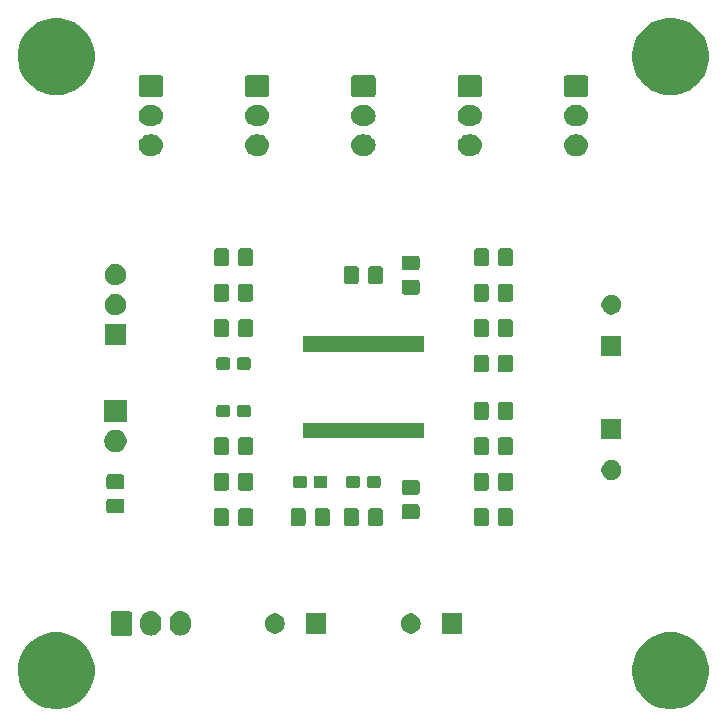
<source format=gts>
G04 #@! TF.GenerationSoftware,KiCad,Pcbnew,(5.1.5)-3*
G04 #@! TF.CreationDate,2020-04-04T13:58:42+08:00*
G04 #@! TF.ProjectId,1194pre,31313934-7072-4652-9e6b-696361645f70,rev?*
G04 #@! TF.SameCoordinates,Original*
G04 #@! TF.FileFunction,Soldermask,Top*
G04 #@! TF.FilePolarity,Negative*
%FSLAX46Y46*%
G04 Gerber Fmt 4.6, Leading zero omitted, Abs format (unit mm)*
G04 Created by KiCad (PCBNEW (5.1.5)-3) date 2020-04-04 13:58:42*
%MOMM*%
%LPD*%
G04 APERTURE LIST*
%ADD10C,0.100000*%
G04 APERTURE END LIST*
D10*
G36*
X156401564Y-102765185D02*
G01*
X156948282Y-102873934D01*
X157539926Y-103119001D01*
X158072392Y-103474784D01*
X158525216Y-103927608D01*
X158880999Y-104460074D01*
X159126066Y-105051718D01*
X159126066Y-105051719D01*
X159251000Y-105679803D01*
X159251000Y-106320197D01*
X159188533Y-106634239D01*
X159126066Y-106948282D01*
X158880999Y-107539926D01*
X158525216Y-108072392D01*
X158072392Y-108525216D01*
X157539926Y-108880999D01*
X156948282Y-109126066D01*
X156634239Y-109188533D01*
X156320197Y-109251000D01*
X155679803Y-109251000D01*
X155365761Y-109188533D01*
X155051718Y-109126066D01*
X154460074Y-108880999D01*
X153927608Y-108525216D01*
X153474784Y-108072392D01*
X153119001Y-107539926D01*
X152873934Y-106948282D01*
X152811467Y-106634239D01*
X152749000Y-106320197D01*
X152749000Y-105679803D01*
X152873934Y-105051719D01*
X152873934Y-105051718D01*
X153119001Y-104460074D01*
X153474784Y-103927608D01*
X153927608Y-103474784D01*
X154460074Y-103119001D01*
X155051718Y-102873934D01*
X155598436Y-102765185D01*
X155679803Y-102749000D01*
X156320197Y-102749000D01*
X156401564Y-102765185D01*
G37*
G36*
X104401564Y-102765185D02*
G01*
X104948282Y-102873934D01*
X105539926Y-103119001D01*
X106072392Y-103474784D01*
X106525216Y-103927608D01*
X106880999Y-104460074D01*
X107126066Y-105051718D01*
X107126066Y-105051719D01*
X107251000Y-105679803D01*
X107251000Y-106320197D01*
X107188533Y-106634239D01*
X107126066Y-106948282D01*
X106880999Y-107539926D01*
X106525216Y-108072392D01*
X106072392Y-108525216D01*
X105539926Y-108880999D01*
X104948282Y-109126066D01*
X104634239Y-109188533D01*
X104320197Y-109251000D01*
X103679803Y-109251000D01*
X103365761Y-109188533D01*
X103051718Y-109126066D01*
X102460074Y-108880999D01*
X101927608Y-108525216D01*
X101474784Y-108072392D01*
X101119001Y-107539926D01*
X100873934Y-106948282D01*
X100811467Y-106634239D01*
X100749000Y-106320197D01*
X100749000Y-105679803D01*
X100873934Y-105051719D01*
X100873934Y-105051718D01*
X101119001Y-104460074D01*
X101474784Y-103927608D01*
X101927608Y-103474784D01*
X102460074Y-103119001D01*
X103051718Y-102873934D01*
X103598436Y-102765185D01*
X103679803Y-102749000D01*
X104320197Y-102749000D01*
X104401564Y-102765185D01*
G37*
G36*
X112176626Y-100987037D02*
G01*
X112346465Y-101038557D01*
X112346467Y-101038558D01*
X112502989Y-101122221D01*
X112640186Y-101234814D01*
X112723448Y-101336271D01*
X112752778Y-101372009D01*
X112836443Y-101528534D01*
X112887963Y-101698373D01*
X112901000Y-101830742D01*
X112901000Y-102169257D01*
X112887963Y-102301626D01*
X112836443Y-102471466D01*
X112752778Y-102627991D01*
X112725676Y-102661015D01*
X112640186Y-102765186D01*
X112545250Y-102843097D01*
X112502991Y-102877778D01*
X112346466Y-102961443D01*
X112176627Y-103012963D01*
X112000000Y-103030359D01*
X111823374Y-103012963D01*
X111653535Y-102961443D01*
X111497010Y-102877778D01*
X111359815Y-102765185D01*
X111247222Y-102627991D01*
X111163557Y-102471466D01*
X111112037Y-102301627D01*
X111099000Y-102169258D01*
X111099000Y-101830743D01*
X111112037Y-101698374D01*
X111163557Y-101528535D01*
X111163559Y-101528532D01*
X111247221Y-101372011D01*
X111359814Y-101234814D01*
X111464380Y-101149000D01*
X111497009Y-101122222D01*
X111653534Y-101038557D01*
X111823373Y-100987037D01*
X112000000Y-100969641D01*
X112176626Y-100987037D01*
G37*
G36*
X114676626Y-100987037D02*
G01*
X114846465Y-101038557D01*
X114846467Y-101038558D01*
X115002989Y-101122221D01*
X115140186Y-101234814D01*
X115223448Y-101336271D01*
X115252778Y-101372009D01*
X115336443Y-101528534D01*
X115387963Y-101698373D01*
X115401000Y-101830742D01*
X115401000Y-102169257D01*
X115387963Y-102301626D01*
X115336443Y-102471466D01*
X115252778Y-102627991D01*
X115225676Y-102661015D01*
X115140186Y-102765186D01*
X115045250Y-102843097D01*
X115002991Y-102877778D01*
X114846466Y-102961443D01*
X114676627Y-103012963D01*
X114500000Y-103030359D01*
X114323374Y-103012963D01*
X114153535Y-102961443D01*
X113997010Y-102877778D01*
X113859815Y-102765185D01*
X113747222Y-102627991D01*
X113663557Y-102471466D01*
X113612037Y-102301627D01*
X113599000Y-102169258D01*
X113599000Y-101830743D01*
X113612037Y-101698374D01*
X113663557Y-101528535D01*
X113663559Y-101528532D01*
X113747221Y-101372011D01*
X113859814Y-101234814D01*
X113964380Y-101149000D01*
X113997009Y-101122222D01*
X114153534Y-101038557D01*
X114323373Y-100987037D01*
X114500000Y-100969641D01*
X114676626Y-100987037D01*
G37*
G36*
X110258600Y-100977989D02*
G01*
X110291652Y-100988015D01*
X110322103Y-101004292D01*
X110348799Y-101026201D01*
X110370708Y-101052897D01*
X110386985Y-101083348D01*
X110397011Y-101116400D01*
X110401000Y-101156903D01*
X110401000Y-102843097D01*
X110397011Y-102883600D01*
X110386985Y-102916652D01*
X110370708Y-102947103D01*
X110348799Y-102973799D01*
X110322103Y-102995708D01*
X110291652Y-103011985D01*
X110258600Y-103022011D01*
X110218097Y-103026000D01*
X108781903Y-103026000D01*
X108741400Y-103022011D01*
X108708348Y-103011985D01*
X108677897Y-102995708D01*
X108651201Y-102973799D01*
X108629292Y-102947103D01*
X108613015Y-102916652D01*
X108602989Y-102883600D01*
X108599000Y-102843097D01*
X108599000Y-101156903D01*
X108602989Y-101116400D01*
X108613015Y-101083348D01*
X108629292Y-101052897D01*
X108651201Y-101026201D01*
X108677897Y-101004292D01*
X108708348Y-100988015D01*
X108741400Y-100977989D01*
X108781903Y-100974000D01*
X110218097Y-100974000D01*
X110258600Y-100977989D01*
G37*
G36*
X138351000Y-102851000D02*
G01*
X136649000Y-102851000D01*
X136649000Y-101149000D01*
X138351000Y-101149000D01*
X138351000Y-102851000D01*
G37*
G36*
X122748228Y-101181703D02*
G01*
X122903100Y-101245853D01*
X123042481Y-101338985D01*
X123161015Y-101457519D01*
X123254147Y-101596900D01*
X123318297Y-101751772D01*
X123351000Y-101916184D01*
X123351000Y-102083816D01*
X123318297Y-102248228D01*
X123254147Y-102403100D01*
X123161015Y-102542481D01*
X123042481Y-102661015D01*
X122903100Y-102754147D01*
X122748228Y-102818297D01*
X122583816Y-102851000D01*
X122416184Y-102851000D01*
X122251772Y-102818297D01*
X122096900Y-102754147D01*
X121957519Y-102661015D01*
X121838985Y-102542481D01*
X121745853Y-102403100D01*
X121681703Y-102248228D01*
X121649000Y-102083816D01*
X121649000Y-101916184D01*
X121681703Y-101751772D01*
X121745853Y-101596900D01*
X121838985Y-101457519D01*
X121957519Y-101338985D01*
X122096900Y-101245853D01*
X122251772Y-101181703D01*
X122416184Y-101149000D01*
X122583816Y-101149000D01*
X122748228Y-101181703D01*
G37*
G36*
X126851000Y-102851000D02*
G01*
X125149000Y-102851000D01*
X125149000Y-101149000D01*
X126851000Y-101149000D01*
X126851000Y-102851000D01*
G37*
G36*
X134248228Y-101181703D02*
G01*
X134403100Y-101245853D01*
X134542481Y-101338985D01*
X134661015Y-101457519D01*
X134754147Y-101596900D01*
X134818297Y-101751772D01*
X134851000Y-101916184D01*
X134851000Y-102083816D01*
X134818297Y-102248228D01*
X134754147Y-102403100D01*
X134661015Y-102542481D01*
X134542481Y-102661015D01*
X134403100Y-102754147D01*
X134248228Y-102818297D01*
X134083816Y-102851000D01*
X133916184Y-102851000D01*
X133751772Y-102818297D01*
X133596900Y-102754147D01*
X133457519Y-102661015D01*
X133338985Y-102542481D01*
X133245853Y-102403100D01*
X133181703Y-102248228D01*
X133149000Y-102083816D01*
X133149000Y-101916184D01*
X133181703Y-101751772D01*
X133245853Y-101596900D01*
X133338985Y-101457519D01*
X133457519Y-101338985D01*
X133596900Y-101245853D01*
X133751772Y-101181703D01*
X133916184Y-101149000D01*
X134083816Y-101149000D01*
X134248228Y-101181703D01*
G37*
G36*
X140438674Y-92253465D02*
G01*
X140476367Y-92264899D01*
X140511103Y-92283466D01*
X140541548Y-92308452D01*
X140566534Y-92338897D01*
X140585101Y-92373633D01*
X140596535Y-92411326D01*
X140601000Y-92456661D01*
X140601000Y-93543339D01*
X140596535Y-93588674D01*
X140585101Y-93626367D01*
X140566534Y-93661103D01*
X140541548Y-93691548D01*
X140511103Y-93716534D01*
X140476367Y-93735101D01*
X140438674Y-93746535D01*
X140393339Y-93751000D01*
X139556661Y-93751000D01*
X139511326Y-93746535D01*
X139473633Y-93735101D01*
X139438897Y-93716534D01*
X139408452Y-93691548D01*
X139383466Y-93661103D01*
X139364899Y-93626367D01*
X139353465Y-93588674D01*
X139349000Y-93543339D01*
X139349000Y-92456661D01*
X139353465Y-92411326D01*
X139364899Y-92373633D01*
X139383466Y-92338897D01*
X139408452Y-92308452D01*
X139438897Y-92283466D01*
X139473633Y-92264899D01*
X139511326Y-92253465D01*
X139556661Y-92249000D01*
X140393339Y-92249000D01*
X140438674Y-92253465D01*
G37*
G36*
X131488674Y-92253465D02*
G01*
X131526367Y-92264899D01*
X131561103Y-92283466D01*
X131591548Y-92308452D01*
X131616534Y-92338897D01*
X131635101Y-92373633D01*
X131646535Y-92411326D01*
X131651000Y-92456661D01*
X131651000Y-93543339D01*
X131646535Y-93588674D01*
X131635101Y-93626367D01*
X131616534Y-93661103D01*
X131591548Y-93691548D01*
X131561103Y-93716534D01*
X131526367Y-93735101D01*
X131488674Y-93746535D01*
X131443339Y-93751000D01*
X130606661Y-93751000D01*
X130561326Y-93746535D01*
X130523633Y-93735101D01*
X130488897Y-93716534D01*
X130458452Y-93691548D01*
X130433466Y-93661103D01*
X130414899Y-93626367D01*
X130403465Y-93588674D01*
X130399000Y-93543339D01*
X130399000Y-92456661D01*
X130403465Y-92411326D01*
X130414899Y-92373633D01*
X130433466Y-92338897D01*
X130458452Y-92308452D01*
X130488897Y-92283466D01*
X130523633Y-92264899D01*
X130561326Y-92253465D01*
X130606661Y-92249000D01*
X131443339Y-92249000D01*
X131488674Y-92253465D01*
G37*
G36*
X129438674Y-92253465D02*
G01*
X129476367Y-92264899D01*
X129511103Y-92283466D01*
X129541548Y-92308452D01*
X129566534Y-92338897D01*
X129585101Y-92373633D01*
X129596535Y-92411326D01*
X129601000Y-92456661D01*
X129601000Y-93543339D01*
X129596535Y-93588674D01*
X129585101Y-93626367D01*
X129566534Y-93661103D01*
X129541548Y-93691548D01*
X129511103Y-93716534D01*
X129476367Y-93735101D01*
X129438674Y-93746535D01*
X129393339Y-93751000D01*
X128556661Y-93751000D01*
X128511326Y-93746535D01*
X128473633Y-93735101D01*
X128438897Y-93716534D01*
X128408452Y-93691548D01*
X128383466Y-93661103D01*
X128364899Y-93626367D01*
X128353465Y-93588674D01*
X128349000Y-93543339D01*
X128349000Y-92456661D01*
X128353465Y-92411326D01*
X128364899Y-92373633D01*
X128383466Y-92338897D01*
X128408452Y-92308452D01*
X128438897Y-92283466D01*
X128473633Y-92264899D01*
X128511326Y-92253465D01*
X128556661Y-92249000D01*
X129393339Y-92249000D01*
X129438674Y-92253465D01*
G37*
G36*
X124938674Y-92253465D02*
G01*
X124976367Y-92264899D01*
X125011103Y-92283466D01*
X125041548Y-92308452D01*
X125066534Y-92338897D01*
X125085101Y-92373633D01*
X125096535Y-92411326D01*
X125101000Y-92456661D01*
X125101000Y-93543339D01*
X125096535Y-93588674D01*
X125085101Y-93626367D01*
X125066534Y-93661103D01*
X125041548Y-93691548D01*
X125011103Y-93716534D01*
X124976367Y-93735101D01*
X124938674Y-93746535D01*
X124893339Y-93751000D01*
X124056661Y-93751000D01*
X124011326Y-93746535D01*
X123973633Y-93735101D01*
X123938897Y-93716534D01*
X123908452Y-93691548D01*
X123883466Y-93661103D01*
X123864899Y-93626367D01*
X123853465Y-93588674D01*
X123849000Y-93543339D01*
X123849000Y-92456661D01*
X123853465Y-92411326D01*
X123864899Y-92373633D01*
X123883466Y-92338897D01*
X123908452Y-92308452D01*
X123938897Y-92283466D01*
X123973633Y-92264899D01*
X124011326Y-92253465D01*
X124056661Y-92249000D01*
X124893339Y-92249000D01*
X124938674Y-92253465D01*
G37*
G36*
X142488674Y-92253465D02*
G01*
X142526367Y-92264899D01*
X142561103Y-92283466D01*
X142591548Y-92308452D01*
X142616534Y-92338897D01*
X142635101Y-92373633D01*
X142646535Y-92411326D01*
X142651000Y-92456661D01*
X142651000Y-93543339D01*
X142646535Y-93588674D01*
X142635101Y-93626367D01*
X142616534Y-93661103D01*
X142591548Y-93691548D01*
X142561103Y-93716534D01*
X142526367Y-93735101D01*
X142488674Y-93746535D01*
X142443339Y-93751000D01*
X141606661Y-93751000D01*
X141561326Y-93746535D01*
X141523633Y-93735101D01*
X141488897Y-93716534D01*
X141458452Y-93691548D01*
X141433466Y-93661103D01*
X141414899Y-93626367D01*
X141403465Y-93588674D01*
X141399000Y-93543339D01*
X141399000Y-92456661D01*
X141403465Y-92411326D01*
X141414899Y-92373633D01*
X141433466Y-92338897D01*
X141458452Y-92308452D01*
X141488897Y-92283466D01*
X141523633Y-92264899D01*
X141561326Y-92253465D01*
X141606661Y-92249000D01*
X142443339Y-92249000D01*
X142488674Y-92253465D01*
G37*
G36*
X120488674Y-92253465D02*
G01*
X120526367Y-92264899D01*
X120561103Y-92283466D01*
X120591548Y-92308452D01*
X120616534Y-92338897D01*
X120635101Y-92373633D01*
X120646535Y-92411326D01*
X120651000Y-92456661D01*
X120651000Y-93543339D01*
X120646535Y-93588674D01*
X120635101Y-93626367D01*
X120616534Y-93661103D01*
X120591548Y-93691548D01*
X120561103Y-93716534D01*
X120526367Y-93735101D01*
X120488674Y-93746535D01*
X120443339Y-93751000D01*
X119606661Y-93751000D01*
X119561326Y-93746535D01*
X119523633Y-93735101D01*
X119488897Y-93716534D01*
X119458452Y-93691548D01*
X119433466Y-93661103D01*
X119414899Y-93626367D01*
X119403465Y-93588674D01*
X119399000Y-93543339D01*
X119399000Y-92456661D01*
X119403465Y-92411326D01*
X119414899Y-92373633D01*
X119433466Y-92338897D01*
X119458452Y-92308452D01*
X119488897Y-92283466D01*
X119523633Y-92264899D01*
X119561326Y-92253465D01*
X119606661Y-92249000D01*
X120443339Y-92249000D01*
X120488674Y-92253465D01*
G37*
G36*
X118438674Y-92253465D02*
G01*
X118476367Y-92264899D01*
X118511103Y-92283466D01*
X118541548Y-92308452D01*
X118566534Y-92338897D01*
X118585101Y-92373633D01*
X118596535Y-92411326D01*
X118601000Y-92456661D01*
X118601000Y-93543339D01*
X118596535Y-93588674D01*
X118585101Y-93626367D01*
X118566534Y-93661103D01*
X118541548Y-93691548D01*
X118511103Y-93716534D01*
X118476367Y-93735101D01*
X118438674Y-93746535D01*
X118393339Y-93751000D01*
X117556661Y-93751000D01*
X117511326Y-93746535D01*
X117473633Y-93735101D01*
X117438897Y-93716534D01*
X117408452Y-93691548D01*
X117383466Y-93661103D01*
X117364899Y-93626367D01*
X117353465Y-93588674D01*
X117349000Y-93543339D01*
X117349000Y-92456661D01*
X117353465Y-92411326D01*
X117364899Y-92373633D01*
X117383466Y-92338897D01*
X117408452Y-92308452D01*
X117438897Y-92283466D01*
X117473633Y-92264899D01*
X117511326Y-92253465D01*
X117556661Y-92249000D01*
X118393339Y-92249000D01*
X118438674Y-92253465D01*
G37*
G36*
X126988674Y-92253465D02*
G01*
X127026367Y-92264899D01*
X127061103Y-92283466D01*
X127091548Y-92308452D01*
X127116534Y-92338897D01*
X127135101Y-92373633D01*
X127146535Y-92411326D01*
X127151000Y-92456661D01*
X127151000Y-93543339D01*
X127146535Y-93588674D01*
X127135101Y-93626367D01*
X127116534Y-93661103D01*
X127091548Y-93691548D01*
X127061103Y-93716534D01*
X127026367Y-93735101D01*
X126988674Y-93746535D01*
X126943339Y-93751000D01*
X126106661Y-93751000D01*
X126061326Y-93746535D01*
X126023633Y-93735101D01*
X125988897Y-93716534D01*
X125958452Y-93691548D01*
X125933466Y-93661103D01*
X125914899Y-93626367D01*
X125903465Y-93588674D01*
X125899000Y-93543339D01*
X125899000Y-92456661D01*
X125903465Y-92411326D01*
X125914899Y-92373633D01*
X125933466Y-92338897D01*
X125958452Y-92308452D01*
X125988897Y-92283466D01*
X126023633Y-92264899D01*
X126061326Y-92253465D01*
X126106661Y-92249000D01*
X126943339Y-92249000D01*
X126988674Y-92253465D01*
G37*
G36*
X134588674Y-91903465D02*
G01*
X134626367Y-91914899D01*
X134661103Y-91933466D01*
X134691548Y-91958452D01*
X134716534Y-91988897D01*
X134735101Y-92023633D01*
X134746535Y-92061326D01*
X134751000Y-92106661D01*
X134751000Y-92943339D01*
X134746535Y-92988674D01*
X134735101Y-93026367D01*
X134716534Y-93061103D01*
X134691548Y-93091548D01*
X134661103Y-93116534D01*
X134626367Y-93135101D01*
X134588674Y-93146535D01*
X134543339Y-93151000D01*
X133456661Y-93151000D01*
X133411326Y-93146535D01*
X133373633Y-93135101D01*
X133338897Y-93116534D01*
X133308452Y-93091548D01*
X133283466Y-93061103D01*
X133264899Y-93026367D01*
X133253465Y-92988674D01*
X133249000Y-92943339D01*
X133249000Y-92106661D01*
X133253465Y-92061326D01*
X133264899Y-92023633D01*
X133283466Y-91988897D01*
X133308452Y-91958452D01*
X133338897Y-91933466D01*
X133373633Y-91914899D01*
X133411326Y-91903465D01*
X133456661Y-91899000D01*
X134543339Y-91899000D01*
X134588674Y-91903465D01*
G37*
G36*
X109588674Y-91428465D02*
G01*
X109626367Y-91439899D01*
X109661103Y-91458466D01*
X109691548Y-91483452D01*
X109716534Y-91513897D01*
X109735101Y-91548633D01*
X109746535Y-91586326D01*
X109751000Y-91631661D01*
X109751000Y-92468339D01*
X109746535Y-92513674D01*
X109735101Y-92551367D01*
X109716534Y-92586103D01*
X109691548Y-92616548D01*
X109661103Y-92641534D01*
X109626367Y-92660101D01*
X109588674Y-92671535D01*
X109543339Y-92676000D01*
X108456661Y-92676000D01*
X108411326Y-92671535D01*
X108373633Y-92660101D01*
X108338897Y-92641534D01*
X108308452Y-92616548D01*
X108283466Y-92586103D01*
X108264899Y-92551367D01*
X108253465Y-92513674D01*
X108249000Y-92468339D01*
X108249000Y-91631661D01*
X108253465Y-91586326D01*
X108264899Y-91548633D01*
X108283466Y-91513897D01*
X108308452Y-91483452D01*
X108338897Y-91458466D01*
X108373633Y-91439899D01*
X108411326Y-91428465D01*
X108456661Y-91424000D01*
X109543339Y-91424000D01*
X109588674Y-91428465D01*
G37*
G36*
X134588674Y-89853465D02*
G01*
X134626367Y-89864899D01*
X134661103Y-89883466D01*
X134691548Y-89908452D01*
X134716534Y-89938897D01*
X134735101Y-89973633D01*
X134746535Y-90011326D01*
X134751000Y-90056661D01*
X134751000Y-90893339D01*
X134746535Y-90938674D01*
X134735101Y-90976367D01*
X134716534Y-91011103D01*
X134691548Y-91041548D01*
X134661103Y-91066534D01*
X134626367Y-91085101D01*
X134588674Y-91096535D01*
X134543339Y-91101000D01*
X133456661Y-91101000D01*
X133411326Y-91096535D01*
X133373633Y-91085101D01*
X133338897Y-91066534D01*
X133308452Y-91041548D01*
X133283466Y-91011103D01*
X133264899Y-90976367D01*
X133253465Y-90938674D01*
X133249000Y-90893339D01*
X133249000Y-90056661D01*
X133253465Y-90011326D01*
X133264899Y-89973633D01*
X133283466Y-89938897D01*
X133308452Y-89908452D01*
X133338897Y-89883466D01*
X133373633Y-89864899D01*
X133411326Y-89853465D01*
X133456661Y-89849000D01*
X134543339Y-89849000D01*
X134588674Y-89853465D01*
G37*
G36*
X142488674Y-89253465D02*
G01*
X142526367Y-89264899D01*
X142561103Y-89283466D01*
X142591548Y-89308452D01*
X142616534Y-89338897D01*
X142635101Y-89373633D01*
X142646535Y-89411326D01*
X142651000Y-89456661D01*
X142651000Y-90543339D01*
X142646535Y-90588674D01*
X142635101Y-90626367D01*
X142616534Y-90661103D01*
X142591548Y-90691548D01*
X142561103Y-90716534D01*
X142526367Y-90735101D01*
X142488674Y-90746535D01*
X142443339Y-90751000D01*
X141606661Y-90751000D01*
X141561326Y-90746535D01*
X141523633Y-90735101D01*
X141488897Y-90716534D01*
X141458452Y-90691548D01*
X141433466Y-90661103D01*
X141414899Y-90626367D01*
X141403465Y-90588674D01*
X141399000Y-90543339D01*
X141399000Y-89456661D01*
X141403465Y-89411326D01*
X141414899Y-89373633D01*
X141433466Y-89338897D01*
X141458452Y-89308452D01*
X141488897Y-89283466D01*
X141523633Y-89264899D01*
X141561326Y-89253465D01*
X141606661Y-89249000D01*
X142443339Y-89249000D01*
X142488674Y-89253465D01*
G37*
G36*
X140438674Y-89253465D02*
G01*
X140476367Y-89264899D01*
X140511103Y-89283466D01*
X140541548Y-89308452D01*
X140566534Y-89338897D01*
X140585101Y-89373633D01*
X140596535Y-89411326D01*
X140601000Y-89456661D01*
X140601000Y-90543339D01*
X140596535Y-90588674D01*
X140585101Y-90626367D01*
X140566534Y-90661103D01*
X140541548Y-90691548D01*
X140511103Y-90716534D01*
X140476367Y-90735101D01*
X140438674Y-90746535D01*
X140393339Y-90751000D01*
X139556661Y-90751000D01*
X139511326Y-90746535D01*
X139473633Y-90735101D01*
X139438897Y-90716534D01*
X139408452Y-90691548D01*
X139383466Y-90661103D01*
X139364899Y-90626367D01*
X139353465Y-90588674D01*
X139349000Y-90543339D01*
X139349000Y-89456661D01*
X139353465Y-89411326D01*
X139364899Y-89373633D01*
X139383466Y-89338897D01*
X139408452Y-89308452D01*
X139438897Y-89283466D01*
X139473633Y-89264899D01*
X139511326Y-89253465D01*
X139556661Y-89249000D01*
X140393339Y-89249000D01*
X140438674Y-89253465D01*
G37*
G36*
X118438674Y-89253465D02*
G01*
X118476367Y-89264899D01*
X118511103Y-89283466D01*
X118541548Y-89308452D01*
X118566534Y-89338897D01*
X118585101Y-89373633D01*
X118596535Y-89411326D01*
X118601000Y-89456661D01*
X118601000Y-90543339D01*
X118596535Y-90588674D01*
X118585101Y-90626367D01*
X118566534Y-90661103D01*
X118541548Y-90691548D01*
X118511103Y-90716534D01*
X118476367Y-90735101D01*
X118438674Y-90746535D01*
X118393339Y-90751000D01*
X117556661Y-90751000D01*
X117511326Y-90746535D01*
X117473633Y-90735101D01*
X117438897Y-90716534D01*
X117408452Y-90691548D01*
X117383466Y-90661103D01*
X117364899Y-90626367D01*
X117353465Y-90588674D01*
X117349000Y-90543339D01*
X117349000Y-89456661D01*
X117353465Y-89411326D01*
X117364899Y-89373633D01*
X117383466Y-89338897D01*
X117408452Y-89308452D01*
X117438897Y-89283466D01*
X117473633Y-89264899D01*
X117511326Y-89253465D01*
X117556661Y-89249000D01*
X118393339Y-89249000D01*
X118438674Y-89253465D01*
G37*
G36*
X120488674Y-89253465D02*
G01*
X120526367Y-89264899D01*
X120561103Y-89283466D01*
X120591548Y-89308452D01*
X120616534Y-89338897D01*
X120635101Y-89373633D01*
X120646535Y-89411326D01*
X120651000Y-89456661D01*
X120651000Y-90543339D01*
X120646535Y-90588674D01*
X120635101Y-90626367D01*
X120616534Y-90661103D01*
X120591548Y-90691548D01*
X120561103Y-90716534D01*
X120526367Y-90735101D01*
X120488674Y-90746535D01*
X120443339Y-90751000D01*
X119606661Y-90751000D01*
X119561326Y-90746535D01*
X119523633Y-90735101D01*
X119488897Y-90716534D01*
X119458452Y-90691548D01*
X119433466Y-90661103D01*
X119414899Y-90626367D01*
X119403465Y-90588674D01*
X119399000Y-90543339D01*
X119399000Y-89456661D01*
X119403465Y-89411326D01*
X119414899Y-89373633D01*
X119433466Y-89338897D01*
X119458452Y-89308452D01*
X119488897Y-89283466D01*
X119523633Y-89264899D01*
X119561326Y-89253465D01*
X119606661Y-89249000D01*
X120443339Y-89249000D01*
X120488674Y-89253465D01*
G37*
G36*
X109588674Y-89378465D02*
G01*
X109626367Y-89389899D01*
X109661103Y-89408466D01*
X109691548Y-89433452D01*
X109716534Y-89463897D01*
X109735101Y-89498633D01*
X109746535Y-89536326D01*
X109751000Y-89581661D01*
X109751000Y-90418339D01*
X109746535Y-90463674D01*
X109735101Y-90501367D01*
X109716534Y-90536103D01*
X109691548Y-90566548D01*
X109661103Y-90591534D01*
X109626367Y-90610101D01*
X109588674Y-90621535D01*
X109543339Y-90626000D01*
X108456661Y-90626000D01*
X108411326Y-90621535D01*
X108373633Y-90610101D01*
X108338897Y-90591534D01*
X108308452Y-90566548D01*
X108283466Y-90536103D01*
X108264899Y-90501367D01*
X108253465Y-90463674D01*
X108249000Y-90418339D01*
X108249000Y-89581661D01*
X108253465Y-89536326D01*
X108264899Y-89498633D01*
X108283466Y-89463897D01*
X108308452Y-89433452D01*
X108338897Y-89408466D01*
X108373633Y-89389899D01*
X108411326Y-89378465D01*
X108456661Y-89374000D01*
X109543339Y-89374000D01*
X109588674Y-89378465D01*
G37*
G36*
X126789499Y-89478445D02*
G01*
X126826995Y-89489820D01*
X126861554Y-89508292D01*
X126891847Y-89533153D01*
X126916708Y-89563446D01*
X126935180Y-89598005D01*
X126946555Y-89635501D01*
X126951000Y-89680638D01*
X126951000Y-90319362D01*
X126946555Y-90364499D01*
X126935180Y-90401995D01*
X126916708Y-90436554D01*
X126891847Y-90466847D01*
X126861554Y-90491708D01*
X126826995Y-90510180D01*
X126789499Y-90521555D01*
X126744362Y-90526000D01*
X126005638Y-90526000D01*
X125960501Y-90521555D01*
X125923005Y-90510180D01*
X125888446Y-90491708D01*
X125858153Y-90466847D01*
X125833292Y-90436554D01*
X125814820Y-90401995D01*
X125803445Y-90364499D01*
X125799000Y-90319362D01*
X125799000Y-89680638D01*
X125803445Y-89635501D01*
X125814820Y-89598005D01*
X125833292Y-89563446D01*
X125858153Y-89533153D01*
X125888446Y-89508292D01*
X125923005Y-89489820D01*
X125960501Y-89478445D01*
X126005638Y-89474000D01*
X126744362Y-89474000D01*
X126789499Y-89478445D01*
G37*
G36*
X125039499Y-89478445D02*
G01*
X125076995Y-89489820D01*
X125111554Y-89508292D01*
X125141847Y-89533153D01*
X125166708Y-89563446D01*
X125185180Y-89598005D01*
X125196555Y-89635501D01*
X125201000Y-89680638D01*
X125201000Y-90319362D01*
X125196555Y-90364499D01*
X125185180Y-90401995D01*
X125166708Y-90436554D01*
X125141847Y-90466847D01*
X125111554Y-90491708D01*
X125076995Y-90510180D01*
X125039499Y-90521555D01*
X124994362Y-90526000D01*
X124255638Y-90526000D01*
X124210501Y-90521555D01*
X124173005Y-90510180D01*
X124138446Y-90491708D01*
X124108153Y-90466847D01*
X124083292Y-90436554D01*
X124064820Y-90401995D01*
X124053445Y-90364499D01*
X124049000Y-90319362D01*
X124049000Y-89680638D01*
X124053445Y-89635501D01*
X124064820Y-89598005D01*
X124083292Y-89563446D01*
X124108153Y-89533153D01*
X124138446Y-89508292D01*
X124173005Y-89489820D01*
X124210501Y-89478445D01*
X124255638Y-89474000D01*
X124994362Y-89474000D01*
X125039499Y-89478445D01*
G37*
G36*
X131289499Y-89478445D02*
G01*
X131326995Y-89489820D01*
X131361554Y-89508292D01*
X131391847Y-89533153D01*
X131416708Y-89563446D01*
X131435180Y-89598005D01*
X131446555Y-89635501D01*
X131451000Y-89680638D01*
X131451000Y-90319362D01*
X131446555Y-90364499D01*
X131435180Y-90401995D01*
X131416708Y-90436554D01*
X131391847Y-90466847D01*
X131361554Y-90491708D01*
X131326995Y-90510180D01*
X131289499Y-90521555D01*
X131244362Y-90526000D01*
X130505638Y-90526000D01*
X130460501Y-90521555D01*
X130423005Y-90510180D01*
X130388446Y-90491708D01*
X130358153Y-90466847D01*
X130333292Y-90436554D01*
X130314820Y-90401995D01*
X130303445Y-90364499D01*
X130299000Y-90319362D01*
X130299000Y-89680638D01*
X130303445Y-89635501D01*
X130314820Y-89598005D01*
X130333292Y-89563446D01*
X130358153Y-89533153D01*
X130388446Y-89508292D01*
X130423005Y-89489820D01*
X130460501Y-89478445D01*
X130505638Y-89474000D01*
X131244362Y-89474000D01*
X131289499Y-89478445D01*
G37*
G36*
X129539499Y-89478445D02*
G01*
X129576995Y-89489820D01*
X129611554Y-89508292D01*
X129641847Y-89533153D01*
X129666708Y-89563446D01*
X129685180Y-89598005D01*
X129696555Y-89635501D01*
X129701000Y-89680638D01*
X129701000Y-90319362D01*
X129696555Y-90364499D01*
X129685180Y-90401995D01*
X129666708Y-90436554D01*
X129641847Y-90466847D01*
X129611554Y-90491708D01*
X129576995Y-90510180D01*
X129539499Y-90521555D01*
X129494362Y-90526000D01*
X128755638Y-90526000D01*
X128710501Y-90521555D01*
X128673005Y-90510180D01*
X128638446Y-90491708D01*
X128608153Y-90466847D01*
X128583292Y-90436554D01*
X128564820Y-90401995D01*
X128553445Y-90364499D01*
X128549000Y-90319362D01*
X128549000Y-89680638D01*
X128553445Y-89635501D01*
X128564820Y-89598005D01*
X128583292Y-89563446D01*
X128608153Y-89533153D01*
X128638446Y-89508292D01*
X128673005Y-89489820D01*
X128710501Y-89478445D01*
X128755638Y-89474000D01*
X129494362Y-89474000D01*
X129539499Y-89478445D01*
G37*
G36*
X151248228Y-88181703D02*
G01*
X151403100Y-88245853D01*
X151542481Y-88338985D01*
X151661015Y-88457519D01*
X151754147Y-88596900D01*
X151818297Y-88751772D01*
X151851000Y-88916184D01*
X151851000Y-89083816D01*
X151818297Y-89248228D01*
X151754147Y-89403100D01*
X151661015Y-89542481D01*
X151542481Y-89661015D01*
X151403100Y-89754147D01*
X151248228Y-89818297D01*
X151083816Y-89851000D01*
X150916184Y-89851000D01*
X150751772Y-89818297D01*
X150596900Y-89754147D01*
X150457519Y-89661015D01*
X150338985Y-89542481D01*
X150245853Y-89403100D01*
X150181703Y-89248228D01*
X150149000Y-89083816D01*
X150149000Y-88916184D01*
X150181703Y-88751772D01*
X150245853Y-88596900D01*
X150338985Y-88457519D01*
X150457519Y-88338985D01*
X150596900Y-88245853D01*
X150751772Y-88181703D01*
X150916184Y-88149000D01*
X151083816Y-88149000D01*
X151248228Y-88181703D01*
G37*
G36*
X120488674Y-86253465D02*
G01*
X120526367Y-86264899D01*
X120561103Y-86283466D01*
X120591548Y-86308452D01*
X120616534Y-86338897D01*
X120635101Y-86373633D01*
X120646535Y-86411326D01*
X120651000Y-86456661D01*
X120651000Y-87543339D01*
X120646535Y-87588674D01*
X120635101Y-87626367D01*
X120616534Y-87661103D01*
X120591548Y-87691548D01*
X120561103Y-87716534D01*
X120526367Y-87735101D01*
X120488674Y-87746535D01*
X120443339Y-87751000D01*
X119606661Y-87751000D01*
X119561326Y-87746535D01*
X119523633Y-87735101D01*
X119488897Y-87716534D01*
X119458452Y-87691548D01*
X119433466Y-87661103D01*
X119414899Y-87626367D01*
X119403465Y-87588674D01*
X119399000Y-87543339D01*
X119399000Y-86456661D01*
X119403465Y-86411326D01*
X119414899Y-86373633D01*
X119433466Y-86338897D01*
X119458452Y-86308452D01*
X119488897Y-86283466D01*
X119523633Y-86264899D01*
X119561326Y-86253465D01*
X119606661Y-86249000D01*
X120443339Y-86249000D01*
X120488674Y-86253465D01*
G37*
G36*
X140438674Y-86253465D02*
G01*
X140476367Y-86264899D01*
X140511103Y-86283466D01*
X140541548Y-86308452D01*
X140566534Y-86338897D01*
X140585101Y-86373633D01*
X140596535Y-86411326D01*
X140601000Y-86456661D01*
X140601000Y-87543339D01*
X140596535Y-87588674D01*
X140585101Y-87626367D01*
X140566534Y-87661103D01*
X140541548Y-87691548D01*
X140511103Y-87716534D01*
X140476367Y-87735101D01*
X140438674Y-87746535D01*
X140393339Y-87751000D01*
X139556661Y-87751000D01*
X139511326Y-87746535D01*
X139473633Y-87735101D01*
X139438897Y-87716534D01*
X139408452Y-87691548D01*
X139383466Y-87661103D01*
X139364899Y-87626367D01*
X139353465Y-87588674D01*
X139349000Y-87543339D01*
X139349000Y-86456661D01*
X139353465Y-86411326D01*
X139364899Y-86373633D01*
X139383466Y-86338897D01*
X139408452Y-86308452D01*
X139438897Y-86283466D01*
X139473633Y-86264899D01*
X139511326Y-86253465D01*
X139556661Y-86249000D01*
X140393339Y-86249000D01*
X140438674Y-86253465D01*
G37*
G36*
X142488674Y-86253465D02*
G01*
X142526367Y-86264899D01*
X142561103Y-86283466D01*
X142591548Y-86308452D01*
X142616534Y-86338897D01*
X142635101Y-86373633D01*
X142646535Y-86411326D01*
X142651000Y-86456661D01*
X142651000Y-87543339D01*
X142646535Y-87588674D01*
X142635101Y-87626367D01*
X142616534Y-87661103D01*
X142591548Y-87691548D01*
X142561103Y-87716534D01*
X142526367Y-87735101D01*
X142488674Y-87746535D01*
X142443339Y-87751000D01*
X141606661Y-87751000D01*
X141561326Y-87746535D01*
X141523633Y-87735101D01*
X141488897Y-87716534D01*
X141458452Y-87691548D01*
X141433466Y-87661103D01*
X141414899Y-87626367D01*
X141403465Y-87588674D01*
X141399000Y-87543339D01*
X141399000Y-86456661D01*
X141403465Y-86411326D01*
X141414899Y-86373633D01*
X141433466Y-86338897D01*
X141458452Y-86308452D01*
X141488897Y-86283466D01*
X141523633Y-86264899D01*
X141561326Y-86253465D01*
X141606661Y-86249000D01*
X142443339Y-86249000D01*
X142488674Y-86253465D01*
G37*
G36*
X118438674Y-86253465D02*
G01*
X118476367Y-86264899D01*
X118511103Y-86283466D01*
X118541548Y-86308452D01*
X118566534Y-86338897D01*
X118585101Y-86373633D01*
X118596535Y-86411326D01*
X118601000Y-86456661D01*
X118601000Y-87543339D01*
X118596535Y-87588674D01*
X118585101Y-87626367D01*
X118566534Y-87661103D01*
X118541548Y-87691548D01*
X118511103Y-87716534D01*
X118476367Y-87735101D01*
X118438674Y-87746535D01*
X118393339Y-87751000D01*
X117556661Y-87751000D01*
X117511326Y-87746535D01*
X117473633Y-87735101D01*
X117438897Y-87716534D01*
X117408452Y-87691548D01*
X117383466Y-87661103D01*
X117364899Y-87626367D01*
X117353465Y-87588674D01*
X117349000Y-87543339D01*
X117349000Y-86456661D01*
X117353465Y-86411326D01*
X117364899Y-86373633D01*
X117383466Y-86338897D01*
X117408452Y-86308452D01*
X117438897Y-86283466D01*
X117473633Y-86264899D01*
X117511326Y-86253465D01*
X117556661Y-86249000D01*
X118393339Y-86249000D01*
X118438674Y-86253465D01*
G37*
G36*
X109277395Y-85625546D02*
G01*
X109450466Y-85697234D01*
X109450467Y-85697235D01*
X109606227Y-85801310D01*
X109738690Y-85933773D01*
X109738691Y-85933775D01*
X109842766Y-86089534D01*
X109914454Y-86262605D01*
X109951000Y-86446333D01*
X109951000Y-86633667D01*
X109914454Y-86817395D01*
X109842766Y-86990466D01*
X109842765Y-86990467D01*
X109738690Y-87146227D01*
X109606227Y-87278690D01*
X109527818Y-87331081D01*
X109450466Y-87382766D01*
X109277395Y-87454454D01*
X109093667Y-87491000D01*
X108906333Y-87491000D01*
X108722605Y-87454454D01*
X108549534Y-87382766D01*
X108472182Y-87331081D01*
X108393773Y-87278690D01*
X108261310Y-87146227D01*
X108157235Y-86990467D01*
X108157234Y-86990466D01*
X108085546Y-86817395D01*
X108049000Y-86633667D01*
X108049000Y-86446333D01*
X108085546Y-86262605D01*
X108157234Y-86089534D01*
X108261309Y-85933775D01*
X108261310Y-85933773D01*
X108393773Y-85801310D01*
X108549533Y-85697235D01*
X108549534Y-85697234D01*
X108722605Y-85625546D01*
X108906333Y-85589000D01*
X109093667Y-85589000D01*
X109277395Y-85625546D01*
G37*
G36*
X151851000Y-86351000D02*
G01*
X150149000Y-86351000D01*
X150149000Y-84649000D01*
X151851000Y-84649000D01*
X151851000Y-86351000D01*
G37*
G36*
X135126000Y-86301000D02*
G01*
X124874000Y-86301000D01*
X124874000Y-84999000D01*
X135126000Y-84999000D01*
X135126000Y-86301000D01*
G37*
G36*
X109951000Y-84951000D02*
G01*
X108049000Y-84951000D01*
X108049000Y-83049000D01*
X109951000Y-83049000D01*
X109951000Y-84951000D01*
G37*
G36*
X142488674Y-83253465D02*
G01*
X142526367Y-83264899D01*
X142561103Y-83283466D01*
X142591548Y-83308452D01*
X142616534Y-83338897D01*
X142635101Y-83373633D01*
X142646535Y-83411326D01*
X142651000Y-83456661D01*
X142651000Y-84543339D01*
X142646535Y-84588674D01*
X142635101Y-84626367D01*
X142616534Y-84661103D01*
X142591548Y-84691548D01*
X142561103Y-84716534D01*
X142526367Y-84735101D01*
X142488674Y-84746535D01*
X142443339Y-84751000D01*
X141606661Y-84751000D01*
X141561326Y-84746535D01*
X141523633Y-84735101D01*
X141488897Y-84716534D01*
X141458452Y-84691548D01*
X141433466Y-84661103D01*
X141414899Y-84626367D01*
X141403465Y-84588674D01*
X141399000Y-84543339D01*
X141399000Y-83456661D01*
X141403465Y-83411326D01*
X141414899Y-83373633D01*
X141433466Y-83338897D01*
X141458452Y-83308452D01*
X141488897Y-83283466D01*
X141523633Y-83264899D01*
X141561326Y-83253465D01*
X141606661Y-83249000D01*
X142443339Y-83249000D01*
X142488674Y-83253465D01*
G37*
G36*
X140438674Y-83253465D02*
G01*
X140476367Y-83264899D01*
X140511103Y-83283466D01*
X140541548Y-83308452D01*
X140566534Y-83338897D01*
X140585101Y-83373633D01*
X140596535Y-83411326D01*
X140601000Y-83456661D01*
X140601000Y-84543339D01*
X140596535Y-84588674D01*
X140585101Y-84626367D01*
X140566534Y-84661103D01*
X140541548Y-84691548D01*
X140511103Y-84716534D01*
X140476367Y-84735101D01*
X140438674Y-84746535D01*
X140393339Y-84751000D01*
X139556661Y-84751000D01*
X139511326Y-84746535D01*
X139473633Y-84735101D01*
X139438897Y-84716534D01*
X139408452Y-84691548D01*
X139383466Y-84661103D01*
X139364899Y-84626367D01*
X139353465Y-84588674D01*
X139349000Y-84543339D01*
X139349000Y-83456661D01*
X139353465Y-83411326D01*
X139364899Y-83373633D01*
X139383466Y-83338897D01*
X139408452Y-83308452D01*
X139438897Y-83283466D01*
X139473633Y-83264899D01*
X139511326Y-83253465D01*
X139556661Y-83249000D01*
X140393339Y-83249000D01*
X140438674Y-83253465D01*
G37*
G36*
X120289499Y-83478445D02*
G01*
X120326995Y-83489820D01*
X120361554Y-83508292D01*
X120391847Y-83533153D01*
X120416708Y-83563446D01*
X120435180Y-83598005D01*
X120446555Y-83635501D01*
X120451000Y-83680638D01*
X120451000Y-84319362D01*
X120446555Y-84364499D01*
X120435180Y-84401995D01*
X120416708Y-84436554D01*
X120391847Y-84466847D01*
X120361554Y-84491708D01*
X120326995Y-84510180D01*
X120289499Y-84521555D01*
X120244362Y-84526000D01*
X119505638Y-84526000D01*
X119460501Y-84521555D01*
X119423005Y-84510180D01*
X119388446Y-84491708D01*
X119358153Y-84466847D01*
X119333292Y-84436554D01*
X119314820Y-84401995D01*
X119303445Y-84364499D01*
X119299000Y-84319362D01*
X119299000Y-83680638D01*
X119303445Y-83635501D01*
X119314820Y-83598005D01*
X119333292Y-83563446D01*
X119358153Y-83533153D01*
X119388446Y-83508292D01*
X119423005Y-83489820D01*
X119460501Y-83478445D01*
X119505638Y-83474000D01*
X120244362Y-83474000D01*
X120289499Y-83478445D01*
G37*
G36*
X118539499Y-83478445D02*
G01*
X118576995Y-83489820D01*
X118611554Y-83508292D01*
X118641847Y-83533153D01*
X118666708Y-83563446D01*
X118685180Y-83598005D01*
X118696555Y-83635501D01*
X118701000Y-83680638D01*
X118701000Y-84319362D01*
X118696555Y-84364499D01*
X118685180Y-84401995D01*
X118666708Y-84436554D01*
X118641847Y-84466847D01*
X118611554Y-84491708D01*
X118576995Y-84510180D01*
X118539499Y-84521555D01*
X118494362Y-84526000D01*
X117755638Y-84526000D01*
X117710501Y-84521555D01*
X117673005Y-84510180D01*
X117638446Y-84491708D01*
X117608153Y-84466847D01*
X117583292Y-84436554D01*
X117564820Y-84401995D01*
X117553445Y-84364499D01*
X117549000Y-84319362D01*
X117549000Y-83680638D01*
X117553445Y-83635501D01*
X117564820Y-83598005D01*
X117583292Y-83563446D01*
X117608153Y-83533153D01*
X117638446Y-83508292D01*
X117673005Y-83489820D01*
X117710501Y-83478445D01*
X117755638Y-83474000D01*
X118494362Y-83474000D01*
X118539499Y-83478445D01*
G37*
G36*
X142488674Y-79253465D02*
G01*
X142526367Y-79264899D01*
X142561103Y-79283466D01*
X142591548Y-79308452D01*
X142616534Y-79338897D01*
X142635101Y-79373633D01*
X142646535Y-79411326D01*
X142651000Y-79456661D01*
X142651000Y-80543339D01*
X142646535Y-80588674D01*
X142635101Y-80626367D01*
X142616534Y-80661103D01*
X142591548Y-80691548D01*
X142561103Y-80716534D01*
X142526367Y-80735101D01*
X142488674Y-80746535D01*
X142443339Y-80751000D01*
X141606661Y-80751000D01*
X141561326Y-80746535D01*
X141523633Y-80735101D01*
X141488897Y-80716534D01*
X141458452Y-80691548D01*
X141433466Y-80661103D01*
X141414899Y-80626367D01*
X141403465Y-80588674D01*
X141399000Y-80543339D01*
X141399000Y-79456661D01*
X141403465Y-79411326D01*
X141414899Y-79373633D01*
X141433466Y-79338897D01*
X141458452Y-79308452D01*
X141488897Y-79283466D01*
X141523633Y-79264899D01*
X141561326Y-79253465D01*
X141606661Y-79249000D01*
X142443339Y-79249000D01*
X142488674Y-79253465D01*
G37*
G36*
X140438674Y-79253465D02*
G01*
X140476367Y-79264899D01*
X140511103Y-79283466D01*
X140541548Y-79308452D01*
X140566534Y-79338897D01*
X140585101Y-79373633D01*
X140596535Y-79411326D01*
X140601000Y-79456661D01*
X140601000Y-80543339D01*
X140596535Y-80588674D01*
X140585101Y-80626367D01*
X140566534Y-80661103D01*
X140541548Y-80691548D01*
X140511103Y-80716534D01*
X140476367Y-80735101D01*
X140438674Y-80746535D01*
X140393339Y-80751000D01*
X139556661Y-80751000D01*
X139511326Y-80746535D01*
X139473633Y-80735101D01*
X139438897Y-80716534D01*
X139408452Y-80691548D01*
X139383466Y-80661103D01*
X139364899Y-80626367D01*
X139353465Y-80588674D01*
X139349000Y-80543339D01*
X139349000Y-79456661D01*
X139353465Y-79411326D01*
X139364899Y-79373633D01*
X139383466Y-79338897D01*
X139408452Y-79308452D01*
X139438897Y-79283466D01*
X139473633Y-79264899D01*
X139511326Y-79253465D01*
X139556661Y-79249000D01*
X140393339Y-79249000D01*
X140438674Y-79253465D01*
G37*
G36*
X118539499Y-79478445D02*
G01*
X118576995Y-79489820D01*
X118611554Y-79508292D01*
X118641847Y-79533153D01*
X118666708Y-79563446D01*
X118685180Y-79598005D01*
X118696555Y-79635501D01*
X118701000Y-79680638D01*
X118701000Y-80319362D01*
X118696555Y-80364499D01*
X118685180Y-80401995D01*
X118666708Y-80436554D01*
X118641847Y-80466847D01*
X118611554Y-80491708D01*
X118576995Y-80510180D01*
X118539499Y-80521555D01*
X118494362Y-80526000D01*
X117755638Y-80526000D01*
X117710501Y-80521555D01*
X117673005Y-80510180D01*
X117638446Y-80491708D01*
X117608153Y-80466847D01*
X117583292Y-80436554D01*
X117564820Y-80401995D01*
X117553445Y-80364499D01*
X117549000Y-80319362D01*
X117549000Y-79680638D01*
X117553445Y-79635501D01*
X117564820Y-79598005D01*
X117583292Y-79563446D01*
X117608153Y-79533153D01*
X117638446Y-79508292D01*
X117673005Y-79489820D01*
X117710501Y-79478445D01*
X117755638Y-79474000D01*
X118494362Y-79474000D01*
X118539499Y-79478445D01*
G37*
G36*
X120289499Y-79478445D02*
G01*
X120326995Y-79489820D01*
X120361554Y-79508292D01*
X120391847Y-79533153D01*
X120416708Y-79563446D01*
X120435180Y-79598005D01*
X120446555Y-79635501D01*
X120451000Y-79680638D01*
X120451000Y-80319362D01*
X120446555Y-80364499D01*
X120435180Y-80401995D01*
X120416708Y-80436554D01*
X120391847Y-80466847D01*
X120361554Y-80491708D01*
X120326995Y-80510180D01*
X120289499Y-80521555D01*
X120244362Y-80526000D01*
X119505638Y-80526000D01*
X119460501Y-80521555D01*
X119423005Y-80510180D01*
X119388446Y-80491708D01*
X119358153Y-80466847D01*
X119333292Y-80436554D01*
X119314820Y-80401995D01*
X119303445Y-80364499D01*
X119299000Y-80319362D01*
X119299000Y-79680638D01*
X119303445Y-79635501D01*
X119314820Y-79598005D01*
X119333292Y-79563446D01*
X119358153Y-79533153D01*
X119388446Y-79508292D01*
X119423005Y-79489820D01*
X119460501Y-79478445D01*
X119505638Y-79474000D01*
X120244362Y-79474000D01*
X120289499Y-79478445D01*
G37*
G36*
X151851000Y-79351000D02*
G01*
X150149000Y-79351000D01*
X150149000Y-77649000D01*
X151851000Y-77649000D01*
X151851000Y-79351000D01*
G37*
G36*
X135126000Y-79001000D02*
G01*
X124874000Y-79001000D01*
X124874000Y-77699000D01*
X135126000Y-77699000D01*
X135126000Y-79001000D01*
G37*
G36*
X109901000Y-78441000D02*
G01*
X108099000Y-78441000D01*
X108099000Y-76639000D01*
X109901000Y-76639000D01*
X109901000Y-78441000D01*
G37*
G36*
X142488674Y-76253465D02*
G01*
X142526367Y-76264899D01*
X142561103Y-76283466D01*
X142591548Y-76308452D01*
X142616534Y-76338897D01*
X142635101Y-76373633D01*
X142646535Y-76411326D01*
X142651000Y-76456661D01*
X142651000Y-77543339D01*
X142646535Y-77588674D01*
X142635101Y-77626367D01*
X142616534Y-77661103D01*
X142591548Y-77691548D01*
X142561103Y-77716534D01*
X142526367Y-77735101D01*
X142488674Y-77746535D01*
X142443339Y-77751000D01*
X141606661Y-77751000D01*
X141561326Y-77746535D01*
X141523633Y-77735101D01*
X141488897Y-77716534D01*
X141458452Y-77691548D01*
X141433466Y-77661103D01*
X141414899Y-77626367D01*
X141403465Y-77588674D01*
X141399000Y-77543339D01*
X141399000Y-76456661D01*
X141403465Y-76411326D01*
X141414899Y-76373633D01*
X141433466Y-76338897D01*
X141458452Y-76308452D01*
X141488897Y-76283466D01*
X141523633Y-76264899D01*
X141561326Y-76253465D01*
X141606661Y-76249000D01*
X142443339Y-76249000D01*
X142488674Y-76253465D01*
G37*
G36*
X118438674Y-76253465D02*
G01*
X118476367Y-76264899D01*
X118511103Y-76283466D01*
X118541548Y-76308452D01*
X118566534Y-76338897D01*
X118585101Y-76373633D01*
X118596535Y-76411326D01*
X118601000Y-76456661D01*
X118601000Y-77543339D01*
X118596535Y-77588674D01*
X118585101Y-77626367D01*
X118566534Y-77661103D01*
X118541548Y-77691548D01*
X118511103Y-77716534D01*
X118476367Y-77735101D01*
X118438674Y-77746535D01*
X118393339Y-77751000D01*
X117556661Y-77751000D01*
X117511326Y-77746535D01*
X117473633Y-77735101D01*
X117438897Y-77716534D01*
X117408452Y-77691548D01*
X117383466Y-77661103D01*
X117364899Y-77626367D01*
X117353465Y-77588674D01*
X117349000Y-77543339D01*
X117349000Y-76456661D01*
X117353465Y-76411326D01*
X117364899Y-76373633D01*
X117383466Y-76338897D01*
X117408452Y-76308452D01*
X117438897Y-76283466D01*
X117473633Y-76264899D01*
X117511326Y-76253465D01*
X117556661Y-76249000D01*
X118393339Y-76249000D01*
X118438674Y-76253465D01*
G37*
G36*
X120488674Y-76253465D02*
G01*
X120526367Y-76264899D01*
X120561103Y-76283466D01*
X120591548Y-76308452D01*
X120616534Y-76338897D01*
X120635101Y-76373633D01*
X120646535Y-76411326D01*
X120651000Y-76456661D01*
X120651000Y-77543339D01*
X120646535Y-77588674D01*
X120635101Y-77626367D01*
X120616534Y-77661103D01*
X120591548Y-77691548D01*
X120561103Y-77716534D01*
X120526367Y-77735101D01*
X120488674Y-77746535D01*
X120443339Y-77751000D01*
X119606661Y-77751000D01*
X119561326Y-77746535D01*
X119523633Y-77735101D01*
X119488897Y-77716534D01*
X119458452Y-77691548D01*
X119433466Y-77661103D01*
X119414899Y-77626367D01*
X119403465Y-77588674D01*
X119399000Y-77543339D01*
X119399000Y-76456661D01*
X119403465Y-76411326D01*
X119414899Y-76373633D01*
X119433466Y-76338897D01*
X119458452Y-76308452D01*
X119488897Y-76283466D01*
X119523633Y-76264899D01*
X119561326Y-76253465D01*
X119606661Y-76249000D01*
X120443339Y-76249000D01*
X120488674Y-76253465D01*
G37*
G36*
X140438674Y-76253465D02*
G01*
X140476367Y-76264899D01*
X140511103Y-76283466D01*
X140541548Y-76308452D01*
X140566534Y-76338897D01*
X140585101Y-76373633D01*
X140596535Y-76411326D01*
X140601000Y-76456661D01*
X140601000Y-77543339D01*
X140596535Y-77588674D01*
X140585101Y-77626367D01*
X140566534Y-77661103D01*
X140541548Y-77691548D01*
X140511103Y-77716534D01*
X140476367Y-77735101D01*
X140438674Y-77746535D01*
X140393339Y-77751000D01*
X139556661Y-77751000D01*
X139511326Y-77746535D01*
X139473633Y-77735101D01*
X139438897Y-77716534D01*
X139408452Y-77691548D01*
X139383466Y-77661103D01*
X139364899Y-77626367D01*
X139353465Y-77588674D01*
X139349000Y-77543339D01*
X139349000Y-76456661D01*
X139353465Y-76411326D01*
X139364899Y-76373633D01*
X139383466Y-76338897D01*
X139408452Y-76308452D01*
X139438897Y-76283466D01*
X139473633Y-76264899D01*
X139511326Y-76253465D01*
X139556661Y-76249000D01*
X140393339Y-76249000D01*
X140438674Y-76253465D01*
G37*
G36*
X109113512Y-74103927D02*
G01*
X109262812Y-74133624D01*
X109426784Y-74201544D01*
X109574354Y-74300147D01*
X109699853Y-74425646D01*
X109798456Y-74573216D01*
X109866376Y-74737188D01*
X109901000Y-74911259D01*
X109901000Y-75088741D01*
X109866376Y-75262812D01*
X109798456Y-75426784D01*
X109699853Y-75574354D01*
X109574354Y-75699853D01*
X109426784Y-75798456D01*
X109262812Y-75866376D01*
X109113512Y-75896073D01*
X109088742Y-75901000D01*
X108911258Y-75901000D01*
X108886488Y-75896073D01*
X108737188Y-75866376D01*
X108573216Y-75798456D01*
X108425646Y-75699853D01*
X108300147Y-75574354D01*
X108201544Y-75426784D01*
X108133624Y-75262812D01*
X108099000Y-75088741D01*
X108099000Y-74911259D01*
X108133624Y-74737188D01*
X108201544Y-74573216D01*
X108300147Y-74425646D01*
X108425646Y-74300147D01*
X108573216Y-74201544D01*
X108737188Y-74133624D01*
X108886488Y-74103927D01*
X108911258Y-74099000D01*
X109088742Y-74099000D01*
X109113512Y-74103927D01*
G37*
G36*
X151248228Y-74181703D02*
G01*
X151403100Y-74245853D01*
X151542481Y-74338985D01*
X151661015Y-74457519D01*
X151754147Y-74596900D01*
X151818297Y-74751772D01*
X151851000Y-74916184D01*
X151851000Y-75083816D01*
X151818297Y-75248228D01*
X151754147Y-75403100D01*
X151661015Y-75542481D01*
X151542481Y-75661015D01*
X151403100Y-75754147D01*
X151248228Y-75818297D01*
X151083816Y-75851000D01*
X150916184Y-75851000D01*
X150751772Y-75818297D01*
X150596900Y-75754147D01*
X150457519Y-75661015D01*
X150338985Y-75542481D01*
X150245853Y-75403100D01*
X150181703Y-75248228D01*
X150149000Y-75083816D01*
X150149000Y-74916184D01*
X150181703Y-74751772D01*
X150245853Y-74596900D01*
X150338985Y-74457519D01*
X150457519Y-74338985D01*
X150596900Y-74245853D01*
X150751772Y-74181703D01*
X150916184Y-74149000D01*
X151083816Y-74149000D01*
X151248228Y-74181703D01*
G37*
G36*
X142488674Y-73253465D02*
G01*
X142526367Y-73264899D01*
X142561103Y-73283466D01*
X142591548Y-73308452D01*
X142616534Y-73338897D01*
X142635101Y-73373633D01*
X142646535Y-73411326D01*
X142651000Y-73456661D01*
X142651000Y-74543339D01*
X142646535Y-74588674D01*
X142635101Y-74626367D01*
X142616534Y-74661103D01*
X142591548Y-74691548D01*
X142561103Y-74716534D01*
X142526367Y-74735101D01*
X142488674Y-74746535D01*
X142443339Y-74751000D01*
X141606661Y-74751000D01*
X141561326Y-74746535D01*
X141523633Y-74735101D01*
X141488897Y-74716534D01*
X141458452Y-74691548D01*
X141433466Y-74661103D01*
X141414899Y-74626367D01*
X141403465Y-74588674D01*
X141399000Y-74543339D01*
X141399000Y-73456661D01*
X141403465Y-73411326D01*
X141414899Y-73373633D01*
X141433466Y-73338897D01*
X141458452Y-73308452D01*
X141488897Y-73283466D01*
X141523633Y-73264899D01*
X141561326Y-73253465D01*
X141606661Y-73249000D01*
X142443339Y-73249000D01*
X142488674Y-73253465D01*
G37*
G36*
X140438674Y-73253465D02*
G01*
X140476367Y-73264899D01*
X140511103Y-73283466D01*
X140541548Y-73308452D01*
X140566534Y-73338897D01*
X140585101Y-73373633D01*
X140596535Y-73411326D01*
X140601000Y-73456661D01*
X140601000Y-74543339D01*
X140596535Y-74588674D01*
X140585101Y-74626367D01*
X140566534Y-74661103D01*
X140541548Y-74691548D01*
X140511103Y-74716534D01*
X140476367Y-74735101D01*
X140438674Y-74746535D01*
X140393339Y-74751000D01*
X139556661Y-74751000D01*
X139511326Y-74746535D01*
X139473633Y-74735101D01*
X139438897Y-74716534D01*
X139408452Y-74691548D01*
X139383466Y-74661103D01*
X139364899Y-74626367D01*
X139353465Y-74588674D01*
X139349000Y-74543339D01*
X139349000Y-73456661D01*
X139353465Y-73411326D01*
X139364899Y-73373633D01*
X139383466Y-73338897D01*
X139408452Y-73308452D01*
X139438897Y-73283466D01*
X139473633Y-73264899D01*
X139511326Y-73253465D01*
X139556661Y-73249000D01*
X140393339Y-73249000D01*
X140438674Y-73253465D01*
G37*
G36*
X118438674Y-73253465D02*
G01*
X118476367Y-73264899D01*
X118511103Y-73283466D01*
X118541548Y-73308452D01*
X118566534Y-73338897D01*
X118585101Y-73373633D01*
X118596535Y-73411326D01*
X118601000Y-73456661D01*
X118601000Y-74543339D01*
X118596535Y-74588674D01*
X118585101Y-74626367D01*
X118566534Y-74661103D01*
X118541548Y-74691548D01*
X118511103Y-74716534D01*
X118476367Y-74735101D01*
X118438674Y-74746535D01*
X118393339Y-74751000D01*
X117556661Y-74751000D01*
X117511326Y-74746535D01*
X117473633Y-74735101D01*
X117438897Y-74716534D01*
X117408452Y-74691548D01*
X117383466Y-74661103D01*
X117364899Y-74626367D01*
X117353465Y-74588674D01*
X117349000Y-74543339D01*
X117349000Y-73456661D01*
X117353465Y-73411326D01*
X117364899Y-73373633D01*
X117383466Y-73338897D01*
X117408452Y-73308452D01*
X117438897Y-73283466D01*
X117473633Y-73264899D01*
X117511326Y-73253465D01*
X117556661Y-73249000D01*
X118393339Y-73249000D01*
X118438674Y-73253465D01*
G37*
G36*
X120488674Y-73253465D02*
G01*
X120526367Y-73264899D01*
X120561103Y-73283466D01*
X120591548Y-73308452D01*
X120616534Y-73338897D01*
X120635101Y-73373633D01*
X120646535Y-73411326D01*
X120651000Y-73456661D01*
X120651000Y-74543339D01*
X120646535Y-74588674D01*
X120635101Y-74626367D01*
X120616534Y-74661103D01*
X120591548Y-74691548D01*
X120561103Y-74716534D01*
X120526367Y-74735101D01*
X120488674Y-74746535D01*
X120443339Y-74751000D01*
X119606661Y-74751000D01*
X119561326Y-74746535D01*
X119523633Y-74735101D01*
X119488897Y-74716534D01*
X119458452Y-74691548D01*
X119433466Y-74661103D01*
X119414899Y-74626367D01*
X119403465Y-74588674D01*
X119399000Y-74543339D01*
X119399000Y-73456661D01*
X119403465Y-73411326D01*
X119414899Y-73373633D01*
X119433466Y-73338897D01*
X119458452Y-73308452D01*
X119488897Y-73283466D01*
X119523633Y-73264899D01*
X119561326Y-73253465D01*
X119606661Y-73249000D01*
X120443339Y-73249000D01*
X120488674Y-73253465D01*
G37*
G36*
X134588674Y-72903465D02*
G01*
X134626367Y-72914899D01*
X134661103Y-72933466D01*
X134691548Y-72958452D01*
X134716534Y-72988897D01*
X134735101Y-73023633D01*
X134746535Y-73061326D01*
X134751000Y-73106661D01*
X134751000Y-73943339D01*
X134746535Y-73988674D01*
X134735101Y-74026367D01*
X134716534Y-74061103D01*
X134691548Y-74091548D01*
X134661103Y-74116534D01*
X134626367Y-74135101D01*
X134588674Y-74146535D01*
X134543339Y-74151000D01*
X133456661Y-74151000D01*
X133411326Y-74146535D01*
X133373633Y-74135101D01*
X133338897Y-74116534D01*
X133308452Y-74091548D01*
X133283466Y-74061103D01*
X133264899Y-74026367D01*
X133253465Y-73988674D01*
X133249000Y-73943339D01*
X133249000Y-73106661D01*
X133253465Y-73061326D01*
X133264899Y-73023633D01*
X133283466Y-72988897D01*
X133308452Y-72958452D01*
X133338897Y-72933466D01*
X133373633Y-72914899D01*
X133411326Y-72903465D01*
X133456661Y-72899000D01*
X134543339Y-72899000D01*
X134588674Y-72903465D01*
G37*
G36*
X109113512Y-71563927D02*
G01*
X109262812Y-71593624D01*
X109426784Y-71661544D01*
X109574354Y-71760147D01*
X109699853Y-71885646D01*
X109798456Y-72033216D01*
X109866376Y-72197188D01*
X109901000Y-72371259D01*
X109901000Y-72548741D01*
X109866376Y-72722812D01*
X109798456Y-72886784D01*
X109699853Y-73034354D01*
X109574354Y-73159853D01*
X109426784Y-73258456D01*
X109262812Y-73326376D01*
X109113512Y-73356073D01*
X109088742Y-73361000D01*
X108911258Y-73361000D01*
X108886488Y-73356073D01*
X108737188Y-73326376D01*
X108573216Y-73258456D01*
X108425646Y-73159853D01*
X108300147Y-73034354D01*
X108201544Y-72886784D01*
X108133624Y-72722812D01*
X108099000Y-72548741D01*
X108099000Y-72371259D01*
X108133624Y-72197188D01*
X108201544Y-72033216D01*
X108300147Y-71885646D01*
X108425646Y-71760147D01*
X108573216Y-71661544D01*
X108737188Y-71593624D01*
X108886488Y-71563927D01*
X108911258Y-71559000D01*
X109088742Y-71559000D01*
X109113512Y-71563927D01*
G37*
G36*
X129438674Y-71753465D02*
G01*
X129476367Y-71764899D01*
X129511103Y-71783466D01*
X129541548Y-71808452D01*
X129566534Y-71838897D01*
X129585101Y-71873633D01*
X129596535Y-71911326D01*
X129601000Y-71956661D01*
X129601000Y-73043339D01*
X129596535Y-73088674D01*
X129585101Y-73126367D01*
X129566534Y-73161103D01*
X129541548Y-73191548D01*
X129511103Y-73216534D01*
X129476367Y-73235101D01*
X129438674Y-73246535D01*
X129393339Y-73251000D01*
X128556661Y-73251000D01*
X128511326Y-73246535D01*
X128473633Y-73235101D01*
X128438897Y-73216534D01*
X128408452Y-73191548D01*
X128383466Y-73161103D01*
X128364899Y-73126367D01*
X128353465Y-73088674D01*
X128349000Y-73043339D01*
X128349000Y-71956661D01*
X128353465Y-71911326D01*
X128364899Y-71873633D01*
X128383466Y-71838897D01*
X128408452Y-71808452D01*
X128438897Y-71783466D01*
X128473633Y-71764899D01*
X128511326Y-71753465D01*
X128556661Y-71749000D01*
X129393339Y-71749000D01*
X129438674Y-71753465D01*
G37*
G36*
X131488674Y-71753465D02*
G01*
X131526367Y-71764899D01*
X131561103Y-71783466D01*
X131591548Y-71808452D01*
X131616534Y-71838897D01*
X131635101Y-71873633D01*
X131646535Y-71911326D01*
X131651000Y-71956661D01*
X131651000Y-73043339D01*
X131646535Y-73088674D01*
X131635101Y-73126367D01*
X131616534Y-73161103D01*
X131591548Y-73191548D01*
X131561103Y-73216534D01*
X131526367Y-73235101D01*
X131488674Y-73246535D01*
X131443339Y-73251000D01*
X130606661Y-73251000D01*
X130561326Y-73246535D01*
X130523633Y-73235101D01*
X130488897Y-73216534D01*
X130458452Y-73191548D01*
X130433466Y-73161103D01*
X130414899Y-73126367D01*
X130403465Y-73088674D01*
X130399000Y-73043339D01*
X130399000Y-71956661D01*
X130403465Y-71911326D01*
X130414899Y-71873633D01*
X130433466Y-71838897D01*
X130458452Y-71808452D01*
X130488897Y-71783466D01*
X130523633Y-71764899D01*
X130561326Y-71753465D01*
X130606661Y-71749000D01*
X131443339Y-71749000D01*
X131488674Y-71753465D01*
G37*
G36*
X134588674Y-70853465D02*
G01*
X134626367Y-70864899D01*
X134661103Y-70883466D01*
X134691548Y-70908452D01*
X134716534Y-70938897D01*
X134735101Y-70973633D01*
X134746535Y-71011326D01*
X134751000Y-71056661D01*
X134751000Y-71893339D01*
X134746535Y-71938674D01*
X134735101Y-71976367D01*
X134716534Y-72011103D01*
X134691548Y-72041548D01*
X134661103Y-72066534D01*
X134626367Y-72085101D01*
X134588674Y-72096535D01*
X134543339Y-72101000D01*
X133456661Y-72101000D01*
X133411326Y-72096535D01*
X133373633Y-72085101D01*
X133338897Y-72066534D01*
X133308452Y-72041548D01*
X133283466Y-72011103D01*
X133264899Y-71976367D01*
X133253465Y-71938674D01*
X133249000Y-71893339D01*
X133249000Y-71056661D01*
X133253465Y-71011326D01*
X133264899Y-70973633D01*
X133283466Y-70938897D01*
X133308452Y-70908452D01*
X133338897Y-70883466D01*
X133373633Y-70864899D01*
X133411326Y-70853465D01*
X133456661Y-70849000D01*
X134543339Y-70849000D01*
X134588674Y-70853465D01*
G37*
G36*
X120488674Y-70253465D02*
G01*
X120526367Y-70264899D01*
X120561103Y-70283466D01*
X120591548Y-70308452D01*
X120616534Y-70338897D01*
X120635101Y-70373633D01*
X120646535Y-70411326D01*
X120651000Y-70456661D01*
X120651000Y-71543339D01*
X120646535Y-71588674D01*
X120635101Y-71626367D01*
X120616534Y-71661103D01*
X120591548Y-71691548D01*
X120561103Y-71716534D01*
X120526367Y-71735101D01*
X120488674Y-71746535D01*
X120443339Y-71751000D01*
X119606661Y-71751000D01*
X119561326Y-71746535D01*
X119523633Y-71735101D01*
X119488897Y-71716534D01*
X119458452Y-71691548D01*
X119433466Y-71661103D01*
X119414899Y-71626367D01*
X119403465Y-71588674D01*
X119399000Y-71543339D01*
X119399000Y-70456661D01*
X119403465Y-70411326D01*
X119414899Y-70373633D01*
X119433466Y-70338897D01*
X119458452Y-70308452D01*
X119488897Y-70283466D01*
X119523633Y-70264899D01*
X119561326Y-70253465D01*
X119606661Y-70249000D01*
X120443339Y-70249000D01*
X120488674Y-70253465D01*
G37*
G36*
X142488674Y-70253465D02*
G01*
X142526367Y-70264899D01*
X142561103Y-70283466D01*
X142591548Y-70308452D01*
X142616534Y-70338897D01*
X142635101Y-70373633D01*
X142646535Y-70411326D01*
X142651000Y-70456661D01*
X142651000Y-71543339D01*
X142646535Y-71588674D01*
X142635101Y-71626367D01*
X142616534Y-71661103D01*
X142591548Y-71691548D01*
X142561103Y-71716534D01*
X142526367Y-71735101D01*
X142488674Y-71746535D01*
X142443339Y-71751000D01*
X141606661Y-71751000D01*
X141561326Y-71746535D01*
X141523633Y-71735101D01*
X141488897Y-71716534D01*
X141458452Y-71691548D01*
X141433466Y-71661103D01*
X141414899Y-71626367D01*
X141403465Y-71588674D01*
X141399000Y-71543339D01*
X141399000Y-70456661D01*
X141403465Y-70411326D01*
X141414899Y-70373633D01*
X141433466Y-70338897D01*
X141458452Y-70308452D01*
X141488897Y-70283466D01*
X141523633Y-70264899D01*
X141561326Y-70253465D01*
X141606661Y-70249000D01*
X142443339Y-70249000D01*
X142488674Y-70253465D01*
G37*
G36*
X118438674Y-70253465D02*
G01*
X118476367Y-70264899D01*
X118511103Y-70283466D01*
X118541548Y-70308452D01*
X118566534Y-70338897D01*
X118585101Y-70373633D01*
X118596535Y-70411326D01*
X118601000Y-70456661D01*
X118601000Y-71543339D01*
X118596535Y-71588674D01*
X118585101Y-71626367D01*
X118566534Y-71661103D01*
X118541548Y-71691548D01*
X118511103Y-71716534D01*
X118476367Y-71735101D01*
X118438674Y-71746535D01*
X118393339Y-71751000D01*
X117556661Y-71751000D01*
X117511326Y-71746535D01*
X117473633Y-71735101D01*
X117438897Y-71716534D01*
X117408452Y-71691548D01*
X117383466Y-71661103D01*
X117364899Y-71626367D01*
X117353465Y-71588674D01*
X117349000Y-71543339D01*
X117349000Y-70456661D01*
X117353465Y-70411326D01*
X117364899Y-70373633D01*
X117383466Y-70338897D01*
X117408452Y-70308452D01*
X117438897Y-70283466D01*
X117473633Y-70264899D01*
X117511326Y-70253465D01*
X117556661Y-70249000D01*
X118393339Y-70249000D01*
X118438674Y-70253465D01*
G37*
G36*
X140438674Y-70253465D02*
G01*
X140476367Y-70264899D01*
X140511103Y-70283466D01*
X140541548Y-70308452D01*
X140566534Y-70338897D01*
X140585101Y-70373633D01*
X140596535Y-70411326D01*
X140601000Y-70456661D01*
X140601000Y-71543339D01*
X140596535Y-71588674D01*
X140585101Y-71626367D01*
X140566534Y-71661103D01*
X140541548Y-71691548D01*
X140511103Y-71716534D01*
X140476367Y-71735101D01*
X140438674Y-71746535D01*
X140393339Y-71751000D01*
X139556661Y-71751000D01*
X139511326Y-71746535D01*
X139473633Y-71735101D01*
X139438897Y-71716534D01*
X139408452Y-71691548D01*
X139383466Y-71661103D01*
X139364899Y-71626367D01*
X139353465Y-71588674D01*
X139349000Y-71543339D01*
X139349000Y-70456661D01*
X139353465Y-70411326D01*
X139364899Y-70373633D01*
X139383466Y-70338897D01*
X139408452Y-70308452D01*
X139438897Y-70283466D01*
X139473633Y-70264899D01*
X139511326Y-70253465D01*
X139556661Y-70249000D01*
X140393339Y-70249000D01*
X140438674Y-70253465D01*
G37*
G36*
X121235442Y-60605518D02*
G01*
X121301627Y-60612037D01*
X121471466Y-60663557D01*
X121627991Y-60747222D01*
X121663729Y-60776552D01*
X121765186Y-60859814D01*
X121848448Y-60961271D01*
X121877778Y-60997009D01*
X121961443Y-61153534D01*
X122012963Y-61323373D01*
X122030359Y-61500000D01*
X122012963Y-61676627D01*
X121961443Y-61846466D01*
X121877778Y-62002991D01*
X121848448Y-62038729D01*
X121765186Y-62140186D01*
X121663729Y-62223448D01*
X121627991Y-62252778D01*
X121471466Y-62336443D01*
X121301627Y-62387963D01*
X121235443Y-62394481D01*
X121169260Y-62401000D01*
X120830740Y-62401000D01*
X120764557Y-62394481D01*
X120698373Y-62387963D01*
X120528534Y-62336443D01*
X120372009Y-62252778D01*
X120336271Y-62223448D01*
X120234814Y-62140186D01*
X120151552Y-62038729D01*
X120122222Y-62002991D01*
X120038557Y-61846466D01*
X119987037Y-61676627D01*
X119969641Y-61500000D01*
X119987037Y-61323373D01*
X120038557Y-61153534D01*
X120122222Y-60997009D01*
X120151552Y-60961271D01*
X120234814Y-60859814D01*
X120336271Y-60776552D01*
X120372009Y-60747222D01*
X120528534Y-60663557D01*
X120698373Y-60612037D01*
X120764558Y-60605518D01*
X120830740Y-60599000D01*
X121169260Y-60599000D01*
X121235442Y-60605518D01*
G37*
G36*
X130235442Y-60605518D02*
G01*
X130301627Y-60612037D01*
X130471466Y-60663557D01*
X130627991Y-60747222D01*
X130663729Y-60776552D01*
X130765186Y-60859814D01*
X130848448Y-60961271D01*
X130877778Y-60997009D01*
X130961443Y-61153534D01*
X131012963Y-61323373D01*
X131030359Y-61500000D01*
X131012963Y-61676627D01*
X130961443Y-61846466D01*
X130877778Y-62002991D01*
X130848448Y-62038729D01*
X130765186Y-62140186D01*
X130663729Y-62223448D01*
X130627991Y-62252778D01*
X130471466Y-62336443D01*
X130301627Y-62387963D01*
X130235443Y-62394481D01*
X130169260Y-62401000D01*
X129830740Y-62401000D01*
X129764557Y-62394481D01*
X129698373Y-62387963D01*
X129528534Y-62336443D01*
X129372009Y-62252778D01*
X129336271Y-62223448D01*
X129234814Y-62140186D01*
X129151552Y-62038729D01*
X129122222Y-62002991D01*
X129038557Y-61846466D01*
X128987037Y-61676627D01*
X128969641Y-61500000D01*
X128987037Y-61323373D01*
X129038557Y-61153534D01*
X129122222Y-60997009D01*
X129151552Y-60961271D01*
X129234814Y-60859814D01*
X129336271Y-60776552D01*
X129372009Y-60747222D01*
X129528534Y-60663557D01*
X129698373Y-60612037D01*
X129764558Y-60605518D01*
X129830740Y-60599000D01*
X130169260Y-60599000D01*
X130235442Y-60605518D01*
G37*
G36*
X139235442Y-60605518D02*
G01*
X139301627Y-60612037D01*
X139471466Y-60663557D01*
X139627991Y-60747222D01*
X139663729Y-60776552D01*
X139765186Y-60859814D01*
X139848448Y-60961271D01*
X139877778Y-60997009D01*
X139961443Y-61153534D01*
X140012963Y-61323373D01*
X140030359Y-61500000D01*
X140012963Y-61676627D01*
X139961443Y-61846466D01*
X139877778Y-62002991D01*
X139848448Y-62038729D01*
X139765186Y-62140186D01*
X139663729Y-62223448D01*
X139627991Y-62252778D01*
X139471466Y-62336443D01*
X139301627Y-62387963D01*
X139235443Y-62394481D01*
X139169260Y-62401000D01*
X138830740Y-62401000D01*
X138764557Y-62394481D01*
X138698373Y-62387963D01*
X138528534Y-62336443D01*
X138372009Y-62252778D01*
X138336271Y-62223448D01*
X138234814Y-62140186D01*
X138151552Y-62038729D01*
X138122222Y-62002991D01*
X138038557Y-61846466D01*
X137987037Y-61676627D01*
X137969641Y-61500000D01*
X137987037Y-61323373D01*
X138038557Y-61153534D01*
X138122222Y-60997009D01*
X138151552Y-60961271D01*
X138234814Y-60859814D01*
X138336271Y-60776552D01*
X138372009Y-60747222D01*
X138528534Y-60663557D01*
X138698373Y-60612037D01*
X138764558Y-60605518D01*
X138830740Y-60599000D01*
X139169260Y-60599000D01*
X139235442Y-60605518D01*
G37*
G36*
X112235442Y-60605518D02*
G01*
X112301627Y-60612037D01*
X112471466Y-60663557D01*
X112627991Y-60747222D01*
X112663729Y-60776552D01*
X112765186Y-60859814D01*
X112848448Y-60961271D01*
X112877778Y-60997009D01*
X112961443Y-61153534D01*
X113012963Y-61323373D01*
X113030359Y-61500000D01*
X113012963Y-61676627D01*
X112961443Y-61846466D01*
X112877778Y-62002991D01*
X112848448Y-62038729D01*
X112765186Y-62140186D01*
X112663729Y-62223448D01*
X112627991Y-62252778D01*
X112471466Y-62336443D01*
X112301627Y-62387963D01*
X112235443Y-62394481D01*
X112169260Y-62401000D01*
X111830740Y-62401000D01*
X111764557Y-62394481D01*
X111698373Y-62387963D01*
X111528534Y-62336443D01*
X111372009Y-62252778D01*
X111336271Y-62223448D01*
X111234814Y-62140186D01*
X111151552Y-62038729D01*
X111122222Y-62002991D01*
X111038557Y-61846466D01*
X110987037Y-61676627D01*
X110969641Y-61500000D01*
X110987037Y-61323373D01*
X111038557Y-61153534D01*
X111122222Y-60997009D01*
X111151552Y-60961271D01*
X111234814Y-60859814D01*
X111336271Y-60776552D01*
X111372009Y-60747222D01*
X111528534Y-60663557D01*
X111698373Y-60612037D01*
X111764558Y-60605518D01*
X111830740Y-60599000D01*
X112169260Y-60599000D01*
X112235442Y-60605518D01*
G37*
G36*
X148235442Y-60605518D02*
G01*
X148301627Y-60612037D01*
X148471466Y-60663557D01*
X148627991Y-60747222D01*
X148663729Y-60776552D01*
X148765186Y-60859814D01*
X148848448Y-60961271D01*
X148877778Y-60997009D01*
X148961443Y-61153534D01*
X149012963Y-61323373D01*
X149030359Y-61500000D01*
X149012963Y-61676627D01*
X148961443Y-61846466D01*
X148877778Y-62002991D01*
X148848448Y-62038729D01*
X148765186Y-62140186D01*
X148663729Y-62223448D01*
X148627991Y-62252778D01*
X148471466Y-62336443D01*
X148301627Y-62387963D01*
X148235443Y-62394481D01*
X148169260Y-62401000D01*
X147830740Y-62401000D01*
X147764557Y-62394481D01*
X147698373Y-62387963D01*
X147528534Y-62336443D01*
X147372009Y-62252778D01*
X147336271Y-62223448D01*
X147234814Y-62140186D01*
X147151552Y-62038729D01*
X147122222Y-62002991D01*
X147038557Y-61846466D01*
X146987037Y-61676627D01*
X146969641Y-61500000D01*
X146987037Y-61323373D01*
X147038557Y-61153534D01*
X147122222Y-60997009D01*
X147151552Y-60961271D01*
X147234814Y-60859814D01*
X147336271Y-60776552D01*
X147372009Y-60747222D01*
X147528534Y-60663557D01*
X147698373Y-60612037D01*
X147764558Y-60605518D01*
X147830740Y-60599000D01*
X148169260Y-60599000D01*
X148235442Y-60605518D01*
G37*
G36*
X112235443Y-58105519D02*
G01*
X112301627Y-58112037D01*
X112471466Y-58163557D01*
X112627991Y-58247222D01*
X112663729Y-58276552D01*
X112765186Y-58359814D01*
X112848448Y-58461271D01*
X112877778Y-58497009D01*
X112961443Y-58653534D01*
X113012963Y-58823373D01*
X113030359Y-59000000D01*
X113012963Y-59176627D01*
X112961443Y-59346466D01*
X112877778Y-59502991D01*
X112848448Y-59538729D01*
X112765186Y-59640186D01*
X112663729Y-59723448D01*
X112627991Y-59752778D01*
X112471466Y-59836443D01*
X112301627Y-59887963D01*
X112235443Y-59894481D01*
X112169260Y-59901000D01*
X111830740Y-59901000D01*
X111764557Y-59894481D01*
X111698373Y-59887963D01*
X111528534Y-59836443D01*
X111372009Y-59752778D01*
X111336271Y-59723448D01*
X111234814Y-59640186D01*
X111151552Y-59538729D01*
X111122222Y-59502991D01*
X111038557Y-59346466D01*
X110987037Y-59176627D01*
X110969641Y-59000000D01*
X110987037Y-58823373D01*
X111038557Y-58653534D01*
X111122222Y-58497009D01*
X111151552Y-58461271D01*
X111234814Y-58359814D01*
X111336271Y-58276552D01*
X111372009Y-58247222D01*
X111528534Y-58163557D01*
X111698373Y-58112037D01*
X111764557Y-58105519D01*
X111830740Y-58099000D01*
X112169260Y-58099000D01*
X112235443Y-58105519D01*
G37*
G36*
X130235443Y-58105519D02*
G01*
X130301627Y-58112037D01*
X130471466Y-58163557D01*
X130627991Y-58247222D01*
X130663729Y-58276552D01*
X130765186Y-58359814D01*
X130848448Y-58461271D01*
X130877778Y-58497009D01*
X130961443Y-58653534D01*
X131012963Y-58823373D01*
X131030359Y-59000000D01*
X131012963Y-59176627D01*
X130961443Y-59346466D01*
X130877778Y-59502991D01*
X130848448Y-59538729D01*
X130765186Y-59640186D01*
X130663729Y-59723448D01*
X130627991Y-59752778D01*
X130471466Y-59836443D01*
X130301627Y-59887963D01*
X130235443Y-59894481D01*
X130169260Y-59901000D01*
X129830740Y-59901000D01*
X129764557Y-59894481D01*
X129698373Y-59887963D01*
X129528534Y-59836443D01*
X129372009Y-59752778D01*
X129336271Y-59723448D01*
X129234814Y-59640186D01*
X129151552Y-59538729D01*
X129122222Y-59502991D01*
X129038557Y-59346466D01*
X128987037Y-59176627D01*
X128969641Y-59000000D01*
X128987037Y-58823373D01*
X129038557Y-58653534D01*
X129122222Y-58497009D01*
X129151552Y-58461271D01*
X129234814Y-58359814D01*
X129336271Y-58276552D01*
X129372009Y-58247222D01*
X129528534Y-58163557D01*
X129698373Y-58112037D01*
X129764557Y-58105519D01*
X129830740Y-58099000D01*
X130169260Y-58099000D01*
X130235443Y-58105519D01*
G37*
G36*
X121235443Y-58105519D02*
G01*
X121301627Y-58112037D01*
X121471466Y-58163557D01*
X121627991Y-58247222D01*
X121663729Y-58276552D01*
X121765186Y-58359814D01*
X121848448Y-58461271D01*
X121877778Y-58497009D01*
X121961443Y-58653534D01*
X122012963Y-58823373D01*
X122030359Y-59000000D01*
X122012963Y-59176627D01*
X121961443Y-59346466D01*
X121877778Y-59502991D01*
X121848448Y-59538729D01*
X121765186Y-59640186D01*
X121663729Y-59723448D01*
X121627991Y-59752778D01*
X121471466Y-59836443D01*
X121301627Y-59887963D01*
X121235443Y-59894481D01*
X121169260Y-59901000D01*
X120830740Y-59901000D01*
X120764557Y-59894481D01*
X120698373Y-59887963D01*
X120528534Y-59836443D01*
X120372009Y-59752778D01*
X120336271Y-59723448D01*
X120234814Y-59640186D01*
X120151552Y-59538729D01*
X120122222Y-59502991D01*
X120038557Y-59346466D01*
X119987037Y-59176627D01*
X119969641Y-59000000D01*
X119987037Y-58823373D01*
X120038557Y-58653534D01*
X120122222Y-58497009D01*
X120151552Y-58461271D01*
X120234814Y-58359814D01*
X120336271Y-58276552D01*
X120372009Y-58247222D01*
X120528534Y-58163557D01*
X120698373Y-58112037D01*
X120764557Y-58105519D01*
X120830740Y-58099000D01*
X121169260Y-58099000D01*
X121235443Y-58105519D01*
G37*
G36*
X148235443Y-58105519D02*
G01*
X148301627Y-58112037D01*
X148471466Y-58163557D01*
X148627991Y-58247222D01*
X148663729Y-58276552D01*
X148765186Y-58359814D01*
X148848448Y-58461271D01*
X148877778Y-58497009D01*
X148961443Y-58653534D01*
X149012963Y-58823373D01*
X149030359Y-59000000D01*
X149012963Y-59176627D01*
X148961443Y-59346466D01*
X148877778Y-59502991D01*
X148848448Y-59538729D01*
X148765186Y-59640186D01*
X148663729Y-59723448D01*
X148627991Y-59752778D01*
X148471466Y-59836443D01*
X148301627Y-59887963D01*
X148235443Y-59894481D01*
X148169260Y-59901000D01*
X147830740Y-59901000D01*
X147764557Y-59894481D01*
X147698373Y-59887963D01*
X147528534Y-59836443D01*
X147372009Y-59752778D01*
X147336271Y-59723448D01*
X147234814Y-59640186D01*
X147151552Y-59538729D01*
X147122222Y-59502991D01*
X147038557Y-59346466D01*
X146987037Y-59176627D01*
X146969641Y-59000000D01*
X146987037Y-58823373D01*
X147038557Y-58653534D01*
X147122222Y-58497009D01*
X147151552Y-58461271D01*
X147234814Y-58359814D01*
X147336271Y-58276552D01*
X147372009Y-58247222D01*
X147528534Y-58163557D01*
X147698373Y-58112037D01*
X147764557Y-58105519D01*
X147830740Y-58099000D01*
X148169260Y-58099000D01*
X148235443Y-58105519D01*
G37*
G36*
X139235443Y-58105519D02*
G01*
X139301627Y-58112037D01*
X139471466Y-58163557D01*
X139627991Y-58247222D01*
X139663729Y-58276552D01*
X139765186Y-58359814D01*
X139848448Y-58461271D01*
X139877778Y-58497009D01*
X139961443Y-58653534D01*
X140012963Y-58823373D01*
X140030359Y-59000000D01*
X140012963Y-59176627D01*
X139961443Y-59346466D01*
X139877778Y-59502991D01*
X139848448Y-59538729D01*
X139765186Y-59640186D01*
X139663729Y-59723448D01*
X139627991Y-59752778D01*
X139471466Y-59836443D01*
X139301627Y-59887963D01*
X139235443Y-59894481D01*
X139169260Y-59901000D01*
X138830740Y-59901000D01*
X138764557Y-59894481D01*
X138698373Y-59887963D01*
X138528534Y-59836443D01*
X138372009Y-59752778D01*
X138336271Y-59723448D01*
X138234814Y-59640186D01*
X138151552Y-59538729D01*
X138122222Y-59502991D01*
X138038557Y-59346466D01*
X137987037Y-59176627D01*
X137969641Y-59000000D01*
X137987037Y-58823373D01*
X138038557Y-58653534D01*
X138122222Y-58497009D01*
X138151552Y-58461271D01*
X138234814Y-58359814D01*
X138336271Y-58276552D01*
X138372009Y-58247222D01*
X138528534Y-58163557D01*
X138698373Y-58112037D01*
X138764557Y-58105519D01*
X138830740Y-58099000D01*
X139169260Y-58099000D01*
X139235443Y-58105519D01*
G37*
G36*
X121883600Y-55602989D02*
G01*
X121916652Y-55613015D01*
X121947103Y-55629292D01*
X121973799Y-55651201D01*
X121995708Y-55677897D01*
X122011985Y-55708348D01*
X122022011Y-55741400D01*
X122026000Y-55781903D01*
X122026000Y-57218097D01*
X122022011Y-57258600D01*
X122011985Y-57291652D01*
X121995708Y-57322103D01*
X121973799Y-57348799D01*
X121947103Y-57370708D01*
X121916652Y-57386985D01*
X121883600Y-57397011D01*
X121843097Y-57401000D01*
X120156903Y-57401000D01*
X120116400Y-57397011D01*
X120083348Y-57386985D01*
X120052897Y-57370708D01*
X120026201Y-57348799D01*
X120004292Y-57322103D01*
X119988015Y-57291652D01*
X119977989Y-57258600D01*
X119974000Y-57218097D01*
X119974000Y-55781903D01*
X119977989Y-55741400D01*
X119988015Y-55708348D01*
X120004292Y-55677897D01*
X120026201Y-55651201D01*
X120052897Y-55629292D01*
X120083348Y-55613015D01*
X120116400Y-55602989D01*
X120156903Y-55599000D01*
X121843097Y-55599000D01*
X121883600Y-55602989D01*
G37*
G36*
X130883600Y-55602989D02*
G01*
X130916652Y-55613015D01*
X130947103Y-55629292D01*
X130973799Y-55651201D01*
X130995708Y-55677897D01*
X131011985Y-55708348D01*
X131022011Y-55741400D01*
X131026000Y-55781903D01*
X131026000Y-57218097D01*
X131022011Y-57258600D01*
X131011985Y-57291652D01*
X130995708Y-57322103D01*
X130973799Y-57348799D01*
X130947103Y-57370708D01*
X130916652Y-57386985D01*
X130883600Y-57397011D01*
X130843097Y-57401000D01*
X129156903Y-57401000D01*
X129116400Y-57397011D01*
X129083348Y-57386985D01*
X129052897Y-57370708D01*
X129026201Y-57348799D01*
X129004292Y-57322103D01*
X128988015Y-57291652D01*
X128977989Y-57258600D01*
X128974000Y-57218097D01*
X128974000Y-55781903D01*
X128977989Y-55741400D01*
X128988015Y-55708348D01*
X129004292Y-55677897D01*
X129026201Y-55651201D01*
X129052897Y-55629292D01*
X129083348Y-55613015D01*
X129116400Y-55602989D01*
X129156903Y-55599000D01*
X130843097Y-55599000D01*
X130883600Y-55602989D01*
G37*
G36*
X148883600Y-55602989D02*
G01*
X148916652Y-55613015D01*
X148947103Y-55629292D01*
X148973799Y-55651201D01*
X148995708Y-55677897D01*
X149011985Y-55708348D01*
X149022011Y-55741400D01*
X149026000Y-55781903D01*
X149026000Y-57218097D01*
X149022011Y-57258600D01*
X149011985Y-57291652D01*
X148995708Y-57322103D01*
X148973799Y-57348799D01*
X148947103Y-57370708D01*
X148916652Y-57386985D01*
X148883600Y-57397011D01*
X148843097Y-57401000D01*
X147156903Y-57401000D01*
X147116400Y-57397011D01*
X147083348Y-57386985D01*
X147052897Y-57370708D01*
X147026201Y-57348799D01*
X147004292Y-57322103D01*
X146988015Y-57291652D01*
X146977989Y-57258600D01*
X146974000Y-57218097D01*
X146974000Y-55781903D01*
X146977989Y-55741400D01*
X146988015Y-55708348D01*
X147004292Y-55677897D01*
X147026201Y-55651201D01*
X147052897Y-55629292D01*
X147083348Y-55613015D01*
X147116400Y-55602989D01*
X147156903Y-55599000D01*
X148843097Y-55599000D01*
X148883600Y-55602989D01*
G37*
G36*
X139883600Y-55602989D02*
G01*
X139916652Y-55613015D01*
X139947103Y-55629292D01*
X139973799Y-55651201D01*
X139995708Y-55677897D01*
X140011985Y-55708348D01*
X140022011Y-55741400D01*
X140026000Y-55781903D01*
X140026000Y-57218097D01*
X140022011Y-57258600D01*
X140011985Y-57291652D01*
X139995708Y-57322103D01*
X139973799Y-57348799D01*
X139947103Y-57370708D01*
X139916652Y-57386985D01*
X139883600Y-57397011D01*
X139843097Y-57401000D01*
X138156903Y-57401000D01*
X138116400Y-57397011D01*
X138083348Y-57386985D01*
X138052897Y-57370708D01*
X138026201Y-57348799D01*
X138004292Y-57322103D01*
X137988015Y-57291652D01*
X137977989Y-57258600D01*
X137974000Y-57218097D01*
X137974000Y-55781903D01*
X137977989Y-55741400D01*
X137988015Y-55708348D01*
X138004292Y-55677897D01*
X138026201Y-55651201D01*
X138052897Y-55629292D01*
X138083348Y-55613015D01*
X138116400Y-55602989D01*
X138156903Y-55599000D01*
X139843097Y-55599000D01*
X139883600Y-55602989D01*
G37*
G36*
X112883600Y-55602989D02*
G01*
X112916652Y-55613015D01*
X112947103Y-55629292D01*
X112973799Y-55651201D01*
X112995708Y-55677897D01*
X113011985Y-55708348D01*
X113022011Y-55741400D01*
X113026000Y-55781903D01*
X113026000Y-57218097D01*
X113022011Y-57258600D01*
X113011985Y-57291652D01*
X112995708Y-57322103D01*
X112973799Y-57348799D01*
X112947103Y-57370708D01*
X112916652Y-57386985D01*
X112883600Y-57397011D01*
X112843097Y-57401000D01*
X111156903Y-57401000D01*
X111116400Y-57397011D01*
X111083348Y-57386985D01*
X111052897Y-57370708D01*
X111026201Y-57348799D01*
X111004292Y-57322103D01*
X110988015Y-57291652D01*
X110977989Y-57258600D01*
X110974000Y-57218097D01*
X110974000Y-55781903D01*
X110977989Y-55741400D01*
X110988015Y-55708348D01*
X111004292Y-55677897D01*
X111026201Y-55651201D01*
X111052897Y-55629292D01*
X111083348Y-55613015D01*
X111116400Y-55602989D01*
X111156903Y-55599000D01*
X112843097Y-55599000D01*
X112883600Y-55602989D01*
G37*
G36*
X156634239Y-50811467D02*
G01*
X156948282Y-50873934D01*
X157539926Y-51119001D01*
X158072392Y-51474784D01*
X158525216Y-51927608D01*
X158880999Y-52460074D01*
X159126066Y-53051718D01*
X159126066Y-53051719D01*
X159251000Y-53679803D01*
X159251000Y-54320197D01*
X159188533Y-54634239D01*
X159126066Y-54948282D01*
X158880999Y-55539926D01*
X158525216Y-56072392D01*
X158072392Y-56525216D01*
X157539926Y-56880999D01*
X156948282Y-57126066D01*
X156898340Y-57136000D01*
X156320197Y-57251000D01*
X155679803Y-57251000D01*
X155101660Y-57136000D01*
X155051718Y-57126066D01*
X154460074Y-56880999D01*
X153927608Y-56525216D01*
X153474784Y-56072392D01*
X153119001Y-55539926D01*
X152873934Y-54948282D01*
X152811467Y-54634239D01*
X152749000Y-54320197D01*
X152749000Y-53679803D01*
X152873934Y-53051719D01*
X152873934Y-53051718D01*
X153119001Y-52460074D01*
X153474784Y-51927608D01*
X153927608Y-51474784D01*
X154460074Y-51119001D01*
X155051718Y-50873934D01*
X155365761Y-50811467D01*
X155679803Y-50749000D01*
X156320197Y-50749000D01*
X156634239Y-50811467D01*
G37*
G36*
X104634239Y-50811467D02*
G01*
X104948282Y-50873934D01*
X105539926Y-51119001D01*
X106072392Y-51474784D01*
X106525216Y-51927608D01*
X106880999Y-52460074D01*
X107126066Y-53051718D01*
X107126066Y-53051719D01*
X107251000Y-53679803D01*
X107251000Y-54320197D01*
X107188533Y-54634239D01*
X107126066Y-54948282D01*
X106880999Y-55539926D01*
X106525216Y-56072392D01*
X106072392Y-56525216D01*
X105539926Y-56880999D01*
X104948282Y-57126066D01*
X104898340Y-57136000D01*
X104320197Y-57251000D01*
X103679803Y-57251000D01*
X103101660Y-57136000D01*
X103051718Y-57126066D01*
X102460074Y-56880999D01*
X101927608Y-56525216D01*
X101474784Y-56072392D01*
X101119001Y-55539926D01*
X100873934Y-54948282D01*
X100811467Y-54634239D01*
X100749000Y-54320197D01*
X100749000Y-53679803D01*
X100873934Y-53051719D01*
X100873934Y-53051718D01*
X101119001Y-52460074D01*
X101474784Y-51927608D01*
X101927608Y-51474784D01*
X102460074Y-51119001D01*
X103051718Y-50873934D01*
X103365761Y-50811467D01*
X103679803Y-50749000D01*
X104320197Y-50749000D01*
X104634239Y-50811467D01*
G37*
M02*

</source>
